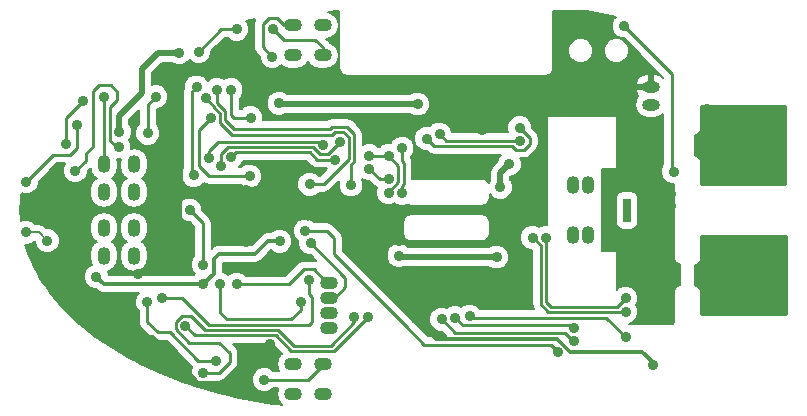
<source format=gbl>
G04 #@! TF.FileFunction,Copper,L2,Bot,Signal*
%FSLAX46Y46*%
G04 Gerber Fmt 4.6, Leading zero omitted, Abs format (unit mm)*
G04 Created by KiCad (PCBNEW 4.0.0-rc2-stable) date 2016/07/16 8:54:14*
%MOMM*%
G01*
G04 APERTURE LIST*
%ADD10C,0.150000*%
%ADD11O,1.500000X1.100000*%
%ADD12O,1.100000X1.500000*%
%ADD13O,1.500000X1.000000*%
%ADD14C,0.889000*%
%ADD15C,0.300000*%
%ADD16C,0.254000*%
%ADD17C,0.500000*%
%ADD18C,0.160000*%
%ADD19C,0.200000*%
G04 APERTURE END LIST*
D10*
D11*
X123761500Y-69405500D03*
X123761500Y-66865500D03*
D12*
X110286800Y-78638400D03*
X107746800Y-78638400D03*
X110286800Y-86360000D03*
X107746800Y-86360000D03*
D11*
X123748800Y-95554800D03*
X123748800Y-98094800D03*
D13*
X154051000Y-72079000D03*
X154051000Y-73606000D03*
D11*
X126746000Y-88646000D03*
X126746000Y-89916000D03*
X126746000Y-91186000D03*
X126746000Y-92456000D03*
D12*
X148717000Y-80391000D03*
X147447000Y-80391000D03*
X147447000Y-84582000D03*
X148717000Y-84582000D03*
D11*
X126238000Y-69405500D03*
X126238000Y-66865500D03*
D12*
X110286800Y-80975200D03*
X107746800Y-80975200D03*
X110286800Y-84023200D03*
X107746800Y-84023200D03*
D11*
X126238000Y-95554800D03*
X126238000Y-98094800D03*
D10*
G36*
X151669000Y-82836500D02*
X151669000Y-82136500D01*
X152369000Y-82136500D01*
X152369000Y-82836500D01*
X151669000Y-82836500D01*
X151669000Y-82836500D01*
G37*
G36*
X151669000Y-83536500D02*
X151669000Y-82836500D01*
X152369000Y-82836500D01*
X152369000Y-83536500D01*
X151669000Y-83536500D01*
X151669000Y-83536500D01*
G37*
G36*
X151669000Y-82236500D02*
X151669000Y-81536500D01*
X152369000Y-81536500D01*
X152369000Y-82236500D01*
X151669000Y-82236500D01*
X151669000Y-82236500D01*
G37*
D14*
X138684000Y-71475600D03*
X137566400Y-71475600D03*
X139903200Y-71475600D03*
X122275600Y-80772000D03*
X135509000Y-71501000D03*
X155702000Y-82194400D03*
X154635200Y-81178400D03*
X152349200Y-84785200D03*
X152349200Y-86055200D03*
X110642400Y-87934800D03*
X139700000Y-75692000D03*
X113334800Y-75895200D03*
X112268000Y-71272400D03*
X113995200Y-83769200D03*
X114249200Y-81026000D03*
X105765600Y-89306400D03*
X105918000Y-80873600D03*
X120015000Y-72199500D03*
X121818400Y-93878400D03*
X114401600Y-95808800D03*
X134112000Y-82486500D03*
X134175500Y-91757500D03*
X132715000Y-85090000D03*
X154178000Y-95631000D03*
X125031500Y-81724500D03*
X142494000Y-87566500D03*
X146431000Y-72390000D03*
X134112000Y-71501000D03*
X155702000Y-81153000D03*
X151130000Y-84772500D03*
X119761000Y-85217000D03*
X119761000Y-80772000D03*
X119761000Y-83185000D03*
X125120400Y-88442800D03*
X112623600Y-89916000D03*
X116128800Y-87122000D03*
X124409200Y-90322400D03*
X117551200Y-88798400D03*
X115011200Y-82499200D03*
X118491000Y-72326500D03*
X120142000Y-74676000D03*
X112115600Y-72898000D03*
X111455200Y-75996800D03*
X117602000Y-78740000D03*
X127698500Y-76708000D03*
X132969000Y-81089500D03*
X132969000Y-77279500D03*
X122631200Y-85140800D03*
X107086400Y-88138000D03*
X116128800Y-88798400D03*
X132715000Y-86360000D03*
X140970000Y-86487000D03*
X116586000Y-78105000D03*
X126301500Y-76962000D03*
X118491000Y-78041500D03*
X130175000Y-77914500D03*
X127317500Y-78232000D03*
X131826000Y-81026000D03*
X131826000Y-77914500D03*
X131826000Y-79883000D03*
X130175000Y-78994000D03*
X164541200Y-90525600D03*
X158800800Y-85090000D03*
X164490400Y-79502000D03*
X158800800Y-73964800D03*
X118973600Y-67208400D03*
X122047000Y-67183000D03*
X115773200Y-69088000D03*
X115316000Y-79552800D03*
X115570000Y-72085200D03*
X114096800Y-69189600D03*
X109016800Y-75895200D03*
X111404400Y-90322400D03*
X121310400Y-96875600D03*
X117246400Y-95250000D03*
X141287500Y-80581500D03*
X142049500Y-78613000D03*
X134302500Y-73533000D03*
X122555000Y-73469500D03*
X155956000Y-79248000D03*
X151765000Y-66929000D03*
X146177000Y-94551500D03*
X124764800Y-84277200D03*
X105410000Y-75285600D03*
X101142800Y-80111600D03*
X102920800Y-85090000D03*
X101092000Y-84378800D03*
X104546400Y-76911200D03*
X105918000Y-73304400D03*
X136334500Y-91757500D03*
X147510500Y-93599000D03*
X147510500Y-92456000D03*
X137477500Y-91630500D03*
X136144000Y-76073000D03*
X142938500Y-76644500D03*
X144018000Y-84836000D03*
X151892000Y-91122500D03*
X151892000Y-89979500D03*
X135064500Y-76454000D03*
X145161000Y-84836000D03*
X142951200Y-75539600D03*
X138684000Y-91503500D03*
X151892000Y-93281500D03*
X121983500Y-69532500D03*
X107746800Y-72948800D03*
X117284500Y-72326500D03*
X128651000Y-80391000D03*
X116332000Y-73050400D03*
X125158500Y-80327500D03*
X128930400Y-91592400D03*
X116128800Y-96316800D03*
X114604800Y-92303600D03*
X130048000Y-91592400D03*
X116776500Y-74676000D03*
X120078500Y-79629000D03*
X118973600Y-88798400D03*
X125222000Y-85293200D03*
X108966000Y-77165200D03*
X105308400Y-79197200D03*
D15*
X139903200Y-71475600D02*
X138684000Y-71475600D01*
X137541000Y-71501000D02*
X137566400Y-71475600D01*
X138684000Y-71475600D02*
X137566400Y-71475600D01*
X119761000Y-80772000D02*
X122275600Y-80772000D01*
X154660600Y-81153000D02*
X154635200Y-81178400D01*
X155702000Y-81153000D02*
X154660600Y-81153000D01*
X152349200Y-86055200D02*
X152349200Y-84785200D01*
X152336500Y-84772500D02*
X152349200Y-84785200D01*
X146431000Y-72390000D02*
X145034000Y-72390000D01*
X145034000Y-72390000D02*
X145034000Y-72326500D01*
X145034000Y-72326500D02*
X145034000Y-72390000D01*
X142557500Y-82486500D02*
X145034000Y-82486500D01*
X145034000Y-72390000D02*
X145034000Y-82486500D01*
X110642400Y-87934800D02*
X112928400Y-87934800D01*
X113995200Y-86868000D02*
X113995200Y-83769200D01*
X112928400Y-87934800D02*
X113995200Y-86868000D01*
X139700000Y-75692000D02*
X139700000Y-72390000D01*
X139700000Y-72390000D02*
X139649200Y-72390000D01*
X113385600Y-75844400D02*
X114249200Y-75844400D01*
X113334800Y-75895200D02*
X113385600Y-75844400D01*
X112268000Y-71272400D02*
X113487200Y-71272400D01*
X114249200Y-73253600D02*
X114249200Y-75844400D01*
X114249200Y-75844400D02*
X114249200Y-81026000D01*
X114249200Y-72034400D02*
X114249200Y-73253600D01*
X113487200Y-71272400D02*
X114249200Y-72034400D01*
X114249200Y-81026000D02*
X115062000Y-81026000D01*
X115062000Y-81026000D02*
X117221000Y-83185000D01*
X117221000Y-83185000D02*
X119761000Y-83185000D01*
X114147600Y-82397600D02*
X114147600Y-83210400D01*
X114147600Y-83210400D02*
X114147600Y-83616800D01*
X114147600Y-83616800D02*
X113995200Y-83769200D01*
X114147600Y-83616800D02*
X114147600Y-83566000D01*
X113995200Y-83769200D02*
X114147600Y-83616800D01*
X114249200Y-81026000D02*
X114147600Y-80924400D01*
X114147600Y-81229200D02*
X114147600Y-80924400D01*
X114147600Y-82397600D02*
X114147600Y-81229200D01*
X105765600Y-89306400D02*
X109728000Y-93268800D01*
X111861600Y-93268800D02*
X114401600Y-95808800D01*
X111861600Y-93268800D02*
X109728000Y-93268800D01*
X105765600Y-89306400D02*
X105765600Y-83667600D01*
X105765600Y-83667600D02*
X106934000Y-82499200D01*
X106934000Y-82499200D02*
X106934000Y-82397600D01*
X105918000Y-80873600D02*
X105918000Y-81381600D01*
X105918000Y-81381600D02*
X106934000Y-82397600D01*
X106934000Y-82397600D02*
X114147600Y-82397600D01*
X146431000Y-72390000D02*
X151066500Y-72390000D01*
X151066500Y-72390000D02*
X151765000Y-73088500D01*
X114147600Y-83566000D02*
X114122200Y-83540600D01*
X114122200Y-83540600D02*
X114147600Y-83566000D01*
X114147600Y-83566000D02*
X114147600Y-83515200D01*
X120015000Y-72199500D02*
X126936500Y-72199500D01*
X127635000Y-71501000D02*
X134112000Y-71501000D01*
X126936500Y-72199500D02*
X127635000Y-71501000D01*
X121818400Y-93878400D02*
X121666000Y-93878400D01*
X115722400Y-97129600D02*
X114401600Y-95808800D01*
X118414800Y-97129600D02*
X115722400Y-97129600D01*
X121666000Y-93878400D02*
X118414800Y-97129600D01*
X132715000Y-85090000D02*
X130302000Y-85090000D01*
X130302000Y-85090000D02*
X130175000Y-84963000D01*
X134175500Y-91757500D02*
X134175500Y-89725500D01*
X135826500Y-93408500D02*
X134175500Y-91757500D01*
X154178000Y-95631000D02*
X154178000Y-95377000D01*
X146113500Y-93408500D02*
X136207500Y-93408500D01*
X147193000Y-94488000D02*
X146113500Y-93408500D01*
X153289000Y-94488000D02*
X147193000Y-94488000D01*
X154178000Y-95377000D02*
X153289000Y-94488000D01*
X136207500Y-93408500D02*
X135826500Y-93408500D01*
X130175000Y-85725000D02*
X130175000Y-84963000D01*
X130175000Y-84963000D02*
X130175000Y-83185000D01*
X134175500Y-89725500D02*
X131064000Y-86614000D01*
X131064000Y-86614000D02*
X130175000Y-85725000D01*
X125031500Y-83185000D02*
X125031500Y-81724500D01*
X125031500Y-83185000D02*
X125031500Y-83248500D01*
X125031500Y-83248500D02*
X125031500Y-83185000D01*
X142557500Y-87503000D02*
X142557500Y-82486500D01*
X142494000Y-87566500D02*
X142557500Y-87503000D01*
X132461000Y-83185000D02*
X133159500Y-82486500D01*
X132461000Y-83185000D02*
X130175000Y-83185000D01*
X130175000Y-83185000D02*
X125031500Y-83185000D01*
X125031500Y-83185000D02*
X119761000Y-83185000D01*
X133159500Y-82486500D02*
X134112000Y-82486500D01*
X134112000Y-82486500D02*
X142557500Y-82486500D01*
X145034000Y-72390000D02*
X139649200Y-72390000D01*
X139649200Y-72390000D02*
X136398000Y-72390000D01*
X136398000Y-72390000D02*
X135509000Y-71501000D01*
X154051000Y-72079000D02*
X152774500Y-72079000D01*
X152774500Y-72079000D02*
X151765000Y-73088500D01*
X151765000Y-77216000D02*
X155702000Y-81153000D01*
X151765000Y-73088500D02*
X151765000Y-77216000D01*
X155702000Y-81978500D02*
X155702000Y-81153000D01*
X152908000Y-84772500D02*
X155702000Y-81978500D01*
X151130000Y-84772500D02*
X152908000Y-84772500D01*
X119761000Y-85217000D02*
X119761000Y-83185000D01*
X119761000Y-83185000D02*
X119761000Y-80772000D01*
D16*
X116738400Y-92202000D02*
X116586000Y-92202000D01*
X125374400Y-91592400D02*
X125374400Y-91948000D01*
X125120400Y-89611200D02*
X125374400Y-89865200D01*
X125374400Y-89865200D02*
X125374400Y-91592400D01*
X125120400Y-88442800D02*
X125120400Y-89611200D01*
X125120400Y-92202000D02*
X116738400Y-92202000D01*
X125374400Y-91948000D02*
X125120400Y-92202000D01*
X114300000Y-89916000D02*
X112623600Y-89916000D01*
X116586000Y-92202000D02*
X114300000Y-89916000D01*
X116128800Y-87122000D02*
X116128800Y-83616800D01*
X118567200Y-91744800D02*
X118110000Y-91744800D01*
X124409200Y-90932000D02*
X123596400Y-91744800D01*
X123596400Y-91744800D02*
X118567200Y-91744800D01*
X124409200Y-90322400D02*
X124409200Y-90932000D01*
X117551200Y-91186000D02*
X117551200Y-88798400D01*
X118110000Y-91744800D02*
X117551200Y-91186000D01*
X116128800Y-83616800D02*
X115011200Y-82499200D01*
X118491000Y-74422000D02*
X118491000Y-72326500D01*
X118745000Y-74676000D02*
X118491000Y-74422000D01*
X120142000Y-74676000D02*
X118745000Y-74676000D01*
X112115600Y-72898000D02*
X111455200Y-73558400D01*
X111455200Y-73558400D02*
X111455200Y-74726800D01*
X111455200Y-74726800D02*
X111455200Y-75996800D01*
X125984000Y-77724000D02*
X126682500Y-77724000D01*
X125412500Y-77152500D02*
X125984000Y-77724000D01*
X117602000Y-78740000D02*
X117602000Y-77787500D01*
X118237000Y-77152500D02*
X122936000Y-77152500D01*
X117602000Y-77787500D02*
X118237000Y-77152500D01*
X122936000Y-77152500D02*
X125412500Y-77152500D01*
X126682500Y-77724000D02*
X127698500Y-76708000D01*
X132969000Y-81089500D02*
X132969000Y-80454500D01*
X132969000Y-78359000D02*
X132969000Y-77279500D01*
X133096000Y-78486000D02*
X132969000Y-78359000D01*
X133096000Y-80327500D02*
X133096000Y-78486000D01*
X132969000Y-80454500D02*
X133096000Y-80327500D01*
D15*
X117906800Y-86207600D02*
X117500400Y-86207600D01*
X121615200Y-85140800D02*
X120548400Y-86207600D01*
X122631200Y-85140800D02*
X121615200Y-85140800D01*
X120548400Y-86207600D02*
X117906800Y-86207600D01*
X117043200Y-87884000D02*
X116128800Y-88798400D01*
X117043200Y-86664800D02*
X117043200Y-87884000D01*
X117500400Y-86207600D02*
X117043200Y-86664800D01*
X116128800Y-88798400D02*
X107746800Y-88798400D01*
X107746800Y-88798400D02*
X107086400Y-88138000D01*
D17*
X132715000Y-86360000D02*
X132842000Y-86487000D01*
X132842000Y-86487000D02*
X140970000Y-86487000D01*
D16*
X126047500Y-76708000D02*
X126301500Y-76962000D01*
X116586000Y-78105000D02*
X116586000Y-77470000D01*
X117348000Y-76708000D02*
X122936000Y-76708000D01*
X116586000Y-77470000D02*
X117348000Y-76708000D01*
X122936000Y-76708000D02*
X126047500Y-76708000D01*
X126873000Y-78232000D02*
X127317500Y-78232000D01*
X125158500Y-77597000D02*
X125793500Y-78232000D01*
X125793500Y-78232000D02*
X126873000Y-78232000D01*
X118491000Y-78041500D02*
X118491000Y-77978000D01*
X118872000Y-77597000D02*
X122936000Y-77597000D01*
X118491000Y-77978000D02*
X118872000Y-77597000D01*
X122936000Y-77597000D02*
X125158500Y-77597000D01*
X130175000Y-77914500D02*
X131826000Y-77914500D01*
X131826000Y-81026000D02*
X131826000Y-80962500D01*
X132651500Y-78740000D02*
X131826000Y-77914500D01*
X132651500Y-80137000D02*
X132651500Y-78740000D01*
X131826000Y-80962500D02*
X132651500Y-80137000D01*
X131064000Y-79883000D02*
X131826000Y-79883000D01*
X130175000Y-78994000D02*
X131064000Y-79883000D01*
X164236400Y-90525600D02*
X164541200Y-90525600D01*
X158800800Y-85090000D02*
X164236400Y-90525600D01*
X164338000Y-79502000D02*
X164490400Y-79502000D01*
X158800800Y-73964800D02*
X164338000Y-79502000D01*
X115189000Y-75184000D02*
X115189000Y-72466200D01*
X126238000Y-68707000D02*
X125603000Y-68072000D01*
X125603000Y-68072000D02*
X122936000Y-68072000D01*
X122936000Y-68072000D02*
X122047000Y-67183000D01*
X126238000Y-69405500D02*
X126238000Y-68707000D01*
X115773200Y-69088000D02*
X117652800Y-67208400D01*
X117652800Y-67208400D02*
X118973600Y-67208400D01*
X115189000Y-77673200D02*
X115189000Y-77470000D01*
X115189000Y-77470000D02*
X115189000Y-75184000D01*
X115189000Y-79425800D02*
X115189000Y-77673200D01*
X115316000Y-79552800D02*
X115189000Y-79425800D01*
X115189000Y-72466200D02*
X115570000Y-72085200D01*
D17*
X109016800Y-75895200D02*
X109016800Y-74523600D01*
X112318800Y-69189600D02*
X114096800Y-69189600D01*
X110947200Y-70561200D02*
X112318800Y-69189600D01*
X110947200Y-72593200D02*
X110947200Y-70561200D01*
X109016800Y-74523600D02*
X110947200Y-72593200D01*
D16*
X112268000Y-92862400D02*
X111404400Y-91998800D01*
X111404400Y-91998800D02*
X111404400Y-90322400D01*
X125018800Y-96875600D02*
X126238000Y-95656400D01*
X125018800Y-96875600D02*
X121310400Y-96875600D01*
X115722400Y-95250000D02*
X117246400Y-95250000D01*
X113334800Y-92862400D02*
X115722400Y-95250000D01*
X113334800Y-92862400D02*
X112268000Y-92862400D01*
X126238000Y-95554800D02*
X126238000Y-95656400D01*
D17*
X141287500Y-79375000D02*
X142049500Y-78613000D01*
X141287500Y-80581500D02*
X141287500Y-79375000D01*
X122618500Y-73533000D02*
X122555000Y-73469500D01*
X122618500Y-73533000D02*
X134302500Y-73533000D01*
D16*
X155829000Y-79121000D02*
X155956000Y-79248000D01*
X155829000Y-70993000D02*
X155829000Y-79121000D01*
X151765000Y-66929000D02*
X155829000Y-70993000D01*
X134861300Y-93916500D02*
X133223000Y-92278200D01*
X127203200Y-86258400D02*
X133223000Y-92278200D01*
X145542000Y-93916500D02*
X135839200Y-93916500D01*
X146177000Y-94551500D02*
X145542000Y-93916500D01*
X135839200Y-93916500D02*
X134861300Y-93916500D01*
X127203200Y-84886800D02*
X127203200Y-86258400D01*
X126593600Y-84277200D02*
X127203200Y-84886800D01*
X124764800Y-84277200D02*
X126593600Y-84277200D01*
X105410000Y-75285600D02*
X105410000Y-77266800D01*
X103428800Y-77825600D02*
X101142800Y-80111600D01*
X104851200Y-77825600D02*
X103428800Y-77825600D01*
X105410000Y-77266800D02*
X104851200Y-77825600D01*
D18*
X102920800Y-85090000D02*
X102209600Y-84378800D01*
X102209600Y-84378800D02*
X101092000Y-84378800D01*
D16*
X105918000Y-73304400D02*
X104546400Y-74676000D01*
X104546400Y-74676000D02*
X104546400Y-76911200D01*
X138239500Y-92900500D02*
X137477500Y-92900500D01*
X147447000Y-93599000D02*
X146748500Y-92900500D01*
X146748500Y-92900500D02*
X138239500Y-92900500D01*
X147447000Y-93599000D02*
X147510500Y-93599000D01*
X137477500Y-92900500D02*
X136334500Y-91757500D01*
X147510500Y-93599000D02*
X147383500Y-93726000D01*
X145097500Y-92265500D02*
X147320000Y-92265500D01*
X138112500Y-92265500D02*
X137477500Y-91630500D01*
X139065000Y-92265500D02*
X138112500Y-92265500D01*
X139065000Y-92265500D02*
X145097500Y-92265500D01*
X147320000Y-92265500D02*
X147510500Y-92456000D01*
X149923500Y-91122500D02*
X151892000Y-91122500D01*
X144081500Y-84836000D02*
X144716500Y-85471000D01*
X144716500Y-85471000D02*
X144716500Y-90487500D01*
X144716500Y-90487500D02*
X145351500Y-91122500D01*
X145351500Y-91122500D02*
X149923500Y-91122500D01*
X142938500Y-76644500D02*
X142240000Y-76644500D01*
X136144000Y-76073000D02*
X136715500Y-76644500D01*
X136715500Y-76644500D02*
X142240000Y-76644500D01*
X144018000Y-84836000D02*
X144081500Y-84836000D01*
X143319500Y-77406500D02*
X143814800Y-76911200D01*
X151193500Y-90678000D02*
X151892000Y-89979500D01*
X145161000Y-84836000D02*
X145161000Y-90297000D01*
X142240000Y-77089000D02*
X142303500Y-77089000D01*
X135699500Y-77089000D02*
X142240000Y-77089000D01*
X135064500Y-76454000D02*
X135699500Y-77089000D01*
X142621000Y-77406500D02*
X143319500Y-77406500D01*
X142303500Y-77089000D02*
X142621000Y-77406500D01*
X145542000Y-90678000D02*
X149923500Y-90678000D01*
X145161000Y-90297000D02*
X145542000Y-90678000D01*
X149923500Y-90678000D02*
X151193500Y-90678000D01*
X143814800Y-76403200D02*
X142951200Y-75539600D01*
X143814800Y-76911200D02*
X143814800Y-76403200D01*
X147002500Y-91630500D02*
X138811000Y-91630500D01*
X150241000Y-91630500D02*
X151892000Y-93281500D01*
X147002500Y-91630500D02*
X150241000Y-91630500D01*
X138811000Y-91630500D02*
X138684000Y-91503500D01*
X123761500Y-66865500D02*
X122999500Y-66865500D01*
X121158000Y-68707000D02*
X121983500Y-69532500D01*
X121158000Y-66738500D02*
X121158000Y-68707000D01*
X121666000Y-66230500D02*
X121158000Y-66738500D01*
X122364500Y-66230500D02*
X121666000Y-66230500D01*
X122999500Y-66865500D02*
X122364500Y-66230500D01*
X107746800Y-73304400D02*
X107746800Y-72948800D01*
X107746800Y-78638400D02*
X107746800Y-73304400D01*
X128651000Y-80391000D02*
X128651000Y-78663800D01*
X117983000Y-74104500D02*
X117284500Y-73406000D01*
X117284500Y-73406000D02*
X117284500Y-72326500D01*
X119697500Y-75628500D02*
X118745000Y-75628500D01*
X128270000Y-75438000D02*
X127038098Y-75438000D01*
X127038098Y-75438000D02*
X126847598Y-75628500D01*
X126847598Y-75628500D02*
X119697500Y-75628500D01*
X118745000Y-75628500D02*
X117983000Y-74866500D01*
X117983000Y-74866500D02*
X117983000Y-74104500D01*
X128930400Y-76098400D02*
X128270000Y-75438000D01*
X128930400Y-78384400D02*
X128930400Y-76098400D01*
X128651000Y-78663800D02*
X128930400Y-78384400D01*
X117176550Y-73894950D02*
X117176550Y-73933050D01*
X116332000Y-73050400D02*
X117176550Y-73894950D01*
X117538500Y-75120500D02*
X117538500Y-74295000D01*
X118554500Y-76136500D02*
X117538500Y-75120500D01*
X127000000Y-76136500D02*
X119570500Y-76136500D01*
X127254000Y-75882500D02*
X127000000Y-76136500D01*
X128003300Y-75882500D02*
X127254000Y-75882500D01*
X119570500Y-76136500D02*
X118554500Y-76136500D01*
X117538500Y-74295000D02*
X117176550Y-73933050D01*
X117176550Y-73933050D02*
X117157500Y-73914000D01*
X125158500Y-80327500D02*
X126326900Y-80327500D01*
X128473200Y-76352400D02*
X128003300Y-75882500D01*
X128473200Y-78181200D02*
X128473200Y-76352400D01*
X126326900Y-80327500D02*
X128473200Y-78181200D01*
X128016000Y-75882500D02*
X128003300Y-75882500D01*
X116484400Y-92659200D02*
X116281200Y-92659200D01*
X119989600Y-92659200D02*
X116484400Y-92659200D01*
X123799600Y-93980000D02*
X122478800Y-92659200D01*
X122478800Y-92659200D02*
X119989600Y-92659200D01*
X126949200Y-93980000D02*
X124561600Y-93980000D01*
X128930400Y-91998800D02*
X126949200Y-93980000D01*
X128930400Y-91592400D02*
X128930400Y-91998800D01*
X124561600Y-93980000D02*
X123799600Y-93980000D01*
X117449600Y-96316800D02*
X116128800Y-96316800D01*
X118364000Y-95402400D02*
X117449600Y-96316800D01*
X118364000Y-94589600D02*
X118364000Y-95402400D01*
X117500400Y-93726000D02*
X118364000Y-94589600D01*
X114960400Y-93726000D02*
X117500400Y-93726000D01*
X113842800Y-92608400D02*
X114960400Y-93726000D01*
X113842800Y-91948000D02*
X113842800Y-92608400D01*
X114300000Y-91490800D02*
X113842800Y-91948000D01*
X115112800Y-91490800D02*
X114300000Y-91490800D01*
X116281200Y-92659200D02*
X115112800Y-91490800D01*
X114604800Y-92303600D02*
X115417600Y-93116400D01*
X115417600Y-93116400D02*
X115722400Y-93116400D01*
X115722400Y-93116400D02*
X120040400Y-93116400D01*
X123596400Y-94437200D02*
X122275600Y-93116400D01*
X122275600Y-93116400D02*
X120040400Y-93116400D01*
X120040400Y-93116400D02*
X119989600Y-93116400D01*
X127203200Y-94437200D02*
X124561600Y-94437200D01*
X130048000Y-91592400D02*
X127203200Y-94437200D01*
X124561600Y-94437200D02*
X123596400Y-94437200D01*
X115760500Y-75692000D02*
X116776500Y-74676000D01*
X115760500Y-78740000D02*
X115760500Y-76771500D01*
X116649500Y-79629000D02*
X115760500Y-78740000D01*
X120078500Y-79629000D02*
X116649500Y-79629000D01*
X115760500Y-76771500D02*
X115760500Y-75692000D01*
X123393200Y-88798400D02*
X118973600Y-88798400D01*
X124663200Y-87528400D02*
X123393200Y-88798400D01*
X125526800Y-87528400D02*
X124663200Y-87528400D01*
X126644400Y-88646000D02*
X125526800Y-87528400D01*
X126746000Y-88646000D02*
X126644400Y-88646000D01*
X128168400Y-89052400D02*
X127304800Y-89916000D01*
X128168400Y-88239600D02*
X128168400Y-89052400D01*
X125222000Y-85293200D02*
X128168400Y-88239600D01*
X127304800Y-89916000D02*
X126746000Y-89916000D01*
X108966000Y-77165200D02*
X108762800Y-77165200D01*
X106172000Y-78333600D02*
X105308400Y-79197200D01*
X106172000Y-77724000D02*
X106172000Y-78333600D01*
X106832400Y-77063600D02*
X106172000Y-77724000D01*
X106832400Y-72390000D02*
X106832400Y-77063600D01*
X107289600Y-71932800D02*
X106832400Y-72390000D01*
X108305600Y-71932800D02*
X107289600Y-71932800D01*
X108864400Y-72491600D02*
X108305600Y-71932800D01*
X108864400Y-73152000D02*
X108864400Y-72491600D01*
X108204000Y-73812400D02*
X108864400Y-73152000D01*
X108204000Y-76606400D02*
X108204000Y-73812400D01*
X108762800Y-77165200D02*
X108204000Y-76606400D01*
G36*
X165430200Y-80315000D02*
X158315000Y-80315000D01*
X158315000Y-78500000D01*
X158262857Y-78237862D01*
X158114368Y-78015632D01*
X157892138Y-77867143D01*
X157759400Y-77840740D01*
X157759400Y-76159260D01*
X157892138Y-76132857D01*
X158114368Y-75984368D01*
X158262857Y-75762138D01*
X158315000Y-75500000D01*
X158315000Y-73685000D01*
X165430200Y-73685000D01*
X165430200Y-80315000D01*
X165430200Y-80315000D01*
G37*
X165430200Y-80315000D02*
X158315000Y-80315000D01*
X158315000Y-78500000D01*
X158262857Y-78237862D01*
X158114368Y-78015632D01*
X157892138Y-77867143D01*
X157759400Y-77840740D01*
X157759400Y-76159260D01*
X157892138Y-76132857D01*
X158114368Y-75984368D01*
X158262857Y-75762138D01*
X158315000Y-75500000D01*
X158315000Y-73685000D01*
X165430200Y-73685000D01*
X165430200Y-80315000D01*
G36*
X165481000Y-91315000D02*
X158315000Y-91315000D01*
X158315000Y-89500000D01*
X158262857Y-89237862D01*
X158114368Y-89015632D01*
X157892138Y-88867143D01*
X157759400Y-88840740D01*
X157759400Y-87159260D01*
X157892138Y-87132857D01*
X158114368Y-86984368D01*
X158262857Y-86762138D01*
X158315000Y-86500000D01*
X158315000Y-84685000D01*
X165481000Y-84685000D01*
X165481000Y-91315000D01*
X165481000Y-91315000D01*
G37*
X165481000Y-91315000D02*
X158315000Y-91315000D01*
X158315000Y-89500000D01*
X158262857Y-89237862D01*
X158114368Y-89015632D01*
X157892138Y-88867143D01*
X157759400Y-88840740D01*
X157759400Y-87159260D01*
X157892138Y-87132857D01*
X158114368Y-86984368D01*
X158262857Y-86762138D01*
X158315000Y-86500000D01*
X158315000Y-84685000D01*
X165481000Y-84685000D01*
X165481000Y-91315000D01*
D19*
G36*
X151052782Y-66152813D02*
X150873254Y-66332028D01*
X150712683Y-66718726D01*
X150712317Y-67137437D01*
X150872213Y-67524415D01*
X151168028Y-67820746D01*
X151554726Y-67981317D01*
X151778066Y-67981512D01*
X155094000Y-71297447D01*
X155094000Y-71305527D01*
X154801545Y-71078451D01*
X154380550Y-70963063D01*
X154205000Y-71116358D01*
X154205000Y-71925000D01*
X154225000Y-71925000D01*
X154225000Y-72233000D01*
X154205000Y-72233000D01*
X154205000Y-72253000D01*
X153897000Y-72253000D01*
X153897000Y-72233000D01*
X152857485Y-72233000D01*
X152741354Y-72402751D01*
X152955663Y-72811836D01*
X152983580Y-72833512D01*
X152750736Y-73181987D01*
X152666395Y-73606000D01*
X152750736Y-74030013D01*
X152990921Y-74389474D01*
X153350382Y-74629659D01*
X153774395Y-74714000D01*
X154327605Y-74714000D01*
X154751618Y-74629659D01*
X155094000Y-74400886D01*
X155094000Y-78621334D01*
X155064254Y-78651028D01*
X154903683Y-79037726D01*
X154903317Y-79456437D01*
X155063213Y-79843415D01*
X155359028Y-80139746D01*
X155745726Y-80300317D01*
X155972000Y-80300515D01*
X155972000Y-86500000D01*
X156022087Y-86751806D01*
X156164724Y-86965276D01*
X156378194Y-87107913D01*
X156465600Y-87125299D01*
X156465600Y-88874701D01*
X156378194Y-88892087D01*
X156164724Y-89034724D01*
X156022087Y-89248194D01*
X155972000Y-89500000D01*
X155972000Y-91935191D01*
X155928715Y-92152800D01*
X152154608Y-92152800D01*
X152487415Y-92015287D01*
X152783746Y-91719472D01*
X152944317Y-91332774D01*
X152944683Y-90914063D01*
X152794496Y-90550583D01*
X152944317Y-90189774D01*
X152944683Y-89771063D01*
X152784787Y-89384085D01*
X152488972Y-89087754D01*
X152102274Y-88927183D01*
X151683563Y-88926817D01*
X151296585Y-89086713D01*
X151128400Y-89254605D01*
X151128400Y-86055200D01*
X151120521Y-86016294D01*
X151098127Y-85983519D01*
X151064746Y-85962039D01*
X151028400Y-85955200D01*
X149858400Y-85955200D01*
X149858400Y-84892058D01*
X149875000Y-84808605D01*
X149875000Y-84355395D01*
X149858400Y-84271942D01*
X149858400Y-81536500D01*
X151049089Y-81536500D01*
X151049089Y-83536500D01*
X151091484Y-83761811D01*
X151224643Y-83968746D01*
X151427820Y-84107571D01*
X151669000Y-84156411D01*
X152369000Y-84156411D01*
X152594311Y-84114016D01*
X152801246Y-83980857D01*
X152940071Y-83777680D01*
X152988911Y-83536500D01*
X152988911Y-81536500D01*
X152946516Y-81311189D01*
X152813357Y-81104254D01*
X152610180Y-80965429D01*
X152369000Y-80916589D01*
X151669000Y-80916589D01*
X151443689Y-80958984D01*
X151236754Y-81092143D01*
X151097929Y-81295320D01*
X151049089Y-81536500D01*
X149858400Y-81536500D01*
X149858400Y-80701058D01*
X149875000Y-80617605D01*
X149875000Y-80164395D01*
X149858400Y-80080942D01*
X149858400Y-78992400D01*
X151079200Y-78992400D01*
X151118106Y-78984521D01*
X151150881Y-78962127D01*
X151172361Y-78928746D01*
X151179200Y-78892400D01*
X151179200Y-74676000D01*
X151171321Y-74637094D01*
X151148927Y-74604319D01*
X151115546Y-74582839D01*
X151079200Y-74576000D01*
X145338800Y-74576000D01*
X145299894Y-74583879D01*
X145267119Y-74606273D01*
X145245639Y-74639654D01*
X145238800Y-74676000D01*
X145238800Y-83783567D01*
X144952563Y-83783317D01*
X144589083Y-83933504D01*
X144228274Y-83783683D01*
X143809563Y-83783317D01*
X143422585Y-83943213D01*
X143126254Y-84239028D01*
X142965683Y-84625726D01*
X142965317Y-85044437D01*
X143125213Y-85431415D01*
X143421028Y-85727746D01*
X143807726Y-85888317D01*
X143981500Y-85888469D01*
X143981500Y-90487500D01*
X144031271Y-90737713D01*
X144037449Y-90768772D01*
X144122126Y-90895500D01*
X139564224Y-90895500D01*
X139280972Y-90611754D01*
X138894274Y-90451183D01*
X138475563Y-90450817D01*
X138088585Y-90610713D01*
X137993854Y-90705279D01*
X137687774Y-90578183D01*
X137269063Y-90577817D01*
X136882085Y-90737713D01*
X136806009Y-90813657D01*
X136544774Y-90705183D01*
X136126063Y-90704817D01*
X135739085Y-90864713D01*
X135442754Y-91160528D01*
X135282183Y-91547226D01*
X135281817Y-91965937D01*
X135441713Y-92352915D01*
X135737528Y-92649246D01*
X136124226Y-92809817D01*
X136347566Y-92810012D01*
X136719053Y-93181500D01*
X135165747Y-93181500D01*
X133742726Y-91758480D01*
X133742724Y-91758477D01*
X128552684Y-86568437D01*
X131662317Y-86568437D01*
X131822213Y-86955415D01*
X132118028Y-87251746D01*
X132504726Y-87412317D01*
X132923437Y-87412683D01*
X133087242Y-87345000D01*
X140339341Y-87345000D01*
X140373028Y-87378746D01*
X140759726Y-87539317D01*
X141178437Y-87539683D01*
X141565415Y-87379787D01*
X141861746Y-87083972D01*
X142022317Y-86697274D01*
X142022683Y-86278563D01*
X141862787Y-85891585D01*
X141566972Y-85595254D01*
X141180274Y-85434683D01*
X140761563Y-85434317D01*
X140374585Y-85594213D01*
X140339737Y-85629000D01*
X133472438Y-85629000D01*
X133311972Y-85468254D01*
X132925274Y-85307683D01*
X132506563Y-85307317D01*
X132119585Y-85467213D01*
X131823254Y-85763028D01*
X131662683Y-86149726D01*
X131662317Y-86568437D01*
X128552684Y-86568437D01*
X127938200Y-85953954D01*
X127938200Y-84886800D01*
X127882251Y-84605528D01*
X127850628Y-84558201D01*
X127722924Y-84367077D01*
X127113323Y-83757477D01*
X126874872Y-83598149D01*
X126860524Y-83595295D01*
X126593600Y-83542200D01*
X125518245Y-83542200D01*
X125476119Y-83500000D01*
X133064500Y-83500000D01*
X133064500Y-84500000D01*
X133114587Y-84751806D01*
X133257224Y-84965276D01*
X133470694Y-85107913D01*
X133722500Y-85158000D01*
X139722500Y-85158000D01*
X139974306Y-85107913D01*
X140187776Y-84965276D01*
X140330413Y-84751806D01*
X140380500Y-84500000D01*
X140380500Y-83500000D01*
X140330413Y-83248194D01*
X140187776Y-83034724D01*
X139974306Y-82892087D01*
X139722500Y-82842000D01*
X133722500Y-82842000D01*
X133470694Y-82892087D01*
X133257224Y-83034724D01*
X133114587Y-83248194D01*
X133064500Y-83500000D01*
X125476119Y-83500000D01*
X125361772Y-83385454D01*
X124975074Y-83224883D01*
X124556363Y-83224517D01*
X124169385Y-83384413D01*
X123873054Y-83680228D01*
X123712483Y-84066926D01*
X123712117Y-84485637D01*
X123872013Y-84872615D01*
X124167828Y-85168946D01*
X124169607Y-85169685D01*
X124169317Y-85501637D01*
X124329213Y-85888615D01*
X124625028Y-86184946D01*
X125011726Y-86345517D01*
X125235066Y-86345712D01*
X125721478Y-86832124D01*
X125526800Y-86793400D01*
X124663200Y-86793400D01*
X124381928Y-86849349D01*
X124143476Y-87008677D01*
X123088754Y-88063400D01*
X119727045Y-88063400D01*
X119570572Y-87906654D01*
X119183874Y-87746083D01*
X118765163Y-87745717D01*
X118378185Y-87905613D01*
X118262458Y-88021139D01*
X118148172Y-87906654D01*
X117801200Y-87762579D01*
X117801200Y-86978774D01*
X117814374Y-86965600D01*
X120548400Y-86965600D01*
X120838474Y-86907901D01*
X121084387Y-86743587D01*
X121914932Y-85913042D01*
X122034228Y-86032546D01*
X122420926Y-86193117D01*
X122839637Y-86193483D01*
X123226615Y-86033587D01*
X123522946Y-85737772D01*
X123683517Y-85351074D01*
X123683883Y-84932363D01*
X123523987Y-84545385D01*
X123228172Y-84249054D01*
X122841474Y-84088483D01*
X122422763Y-84088117D01*
X122035785Y-84248013D01*
X121900763Y-84382800D01*
X121615200Y-84382800D01*
X121325126Y-84440499D01*
X121079213Y-84604813D01*
X120234426Y-85449600D01*
X117500400Y-85449600D01*
X117210325Y-85507299D01*
X116964413Y-85671613D01*
X116863800Y-85772226D01*
X116863800Y-83616800D01*
X116807851Y-83335528D01*
X116734108Y-83225164D01*
X116648523Y-83097076D01*
X116063689Y-82512243D01*
X116063883Y-82290763D01*
X115903987Y-81903785D01*
X115608172Y-81607454D01*
X115221474Y-81446883D01*
X114802763Y-81446517D01*
X114415785Y-81606413D01*
X114119454Y-81902228D01*
X113958883Y-82288926D01*
X113958517Y-82707637D01*
X114118413Y-83094615D01*
X114414228Y-83390946D01*
X114800926Y-83551517D01*
X115024266Y-83551712D01*
X115393800Y-83921247D01*
X115393800Y-86368555D01*
X115237054Y-86525028D01*
X115076483Y-86911726D01*
X115076117Y-87330437D01*
X115236013Y-87717415D01*
X115478539Y-87960364D01*
X115398363Y-88040400D01*
X108138986Y-88040400D01*
X108139083Y-87929563D01*
X108038671Y-87686548D01*
X108189947Y-87656457D01*
X108565630Y-87405435D01*
X108816652Y-87029752D01*
X108904800Y-86586605D01*
X108904800Y-86133395D01*
X108816652Y-85690248D01*
X108565630Y-85314565D01*
X108381599Y-85191600D01*
X108565630Y-85068635D01*
X108816652Y-84692952D01*
X108904800Y-84249805D01*
X108904800Y-83796595D01*
X109128800Y-83796595D01*
X109128800Y-84249805D01*
X109216948Y-84692952D01*
X109467970Y-85068635D01*
X109652001Y-85191600D01*
X109467970Y-85314565D01*
X109216948Y-85690248D01*
X109128800Y-86133395D01*
X109128800Y-86586605D01*
X109216948Y-87029752D01*
X109467970Y-87405435D01*
X109843653Y-87656457D01*
X110286800Y-87744605D01*
X110729947Y-87656457D01*
X111105630Y-87405435D01*
X111356652Y-87029752D01*
X111444800Y-86586605D01*
X111444800Y-86133395D01*
X111356652Y-85690248D01*
X111105630Y-85314565D01*
X110921599Y-85191600D01*
X111105630Y-85068635D01*
X111356652Y-84692952D01*
X111444800Y-84249805D01*
X111444800Y-83796595D01*
X111356652Y-83353448D01*
X111105630Y-82977765D01*
X110729947Y-82726743D01*
X110286800Y-82638595D01*
X109843653Y-82726743D01*
X109467970Y-82977765D01*
X109216948Y-83353448D01*
X109128800Y-83796595D01*
X108904800Y-83796595D01*
X108816652Y-83353448D01*
X108565630Y-82977765D01*
X108189947Y-82726743D01*
X107746800Y-82638595D01*
X107303653Y-82726743D01*
X106927970Y-82977765D01*
X106676948Y-83353448D01*
X106588800Y-83796595D01*
X106588800Y-84249805D01*
X106676948Y-84692952D01*
X106927970Y-85068635D01*
X107112001Y-85191600D01*
X106927970Y-85314565D01*
X106676948Y-85690248D01*
X106588800Y-86133395D01*
X106588800Y-86586605D01*
X106676948Y-87029752D01*
X106749533Y-87138383D01*
X106490985Y-87245213D01*
X106194654Y-87541028D01*
X106034083Y-87927726D01*
X106033717Y-88346437D01*
X106193613Y-88733415D01*
X106489428Y-89029746D01*
X106876126Y-89190317D01*
X107066910Y-89190484D01*
X107210813Y-89334387D01*
X107456726Y-89498701D01*
X107746800Y-89556400D01*
X110681977Y-89556400D01*
X110512654Y-89725428D01*
X110352083Y-90112126D01*
X110351717Y-90530837D01*
X110511613Y-90917815D01*
X110669400Y-91075877D01*
X110669400Y-91998800D01*
X110720150Y-92253937D01*
X110725349Y-92280072D01*
X110884677Y-92518523D01*
X111748277Y-93382124D01*
X111937687Y-93508683D01*
X111986728Y-93541451D01*
X112268000Y-93597400D01*
X113030354Y-93597400D01*
X115202676Y-95769723D01*
X115213369Y-95776868D01*
X115076483Y-96106526D01*
X115076117Y-96525237D01*
X115236013Y-96912215D01*
X115531828Y-97208546D01*
X115918526Y-97369117D01*
X116337237Y-97369483D01*
X116724215Y-97209587D01*
X116882277Y-97051800D01*
X117449600Y-97051800D01*
X117730872Y-96995851D01*
X117969323Y-96836523D01*
X118883724Y-95922123D01*
X119043051Y-95683672D01*
X119048476Y-95656400D01*
X119099000Y-95402400D01*
X119099000Y-94589600D01*
X119043051Y-94308328D01*
X119020947Y-94275247D01*
X118883724Y-94069877D01*
X118665247Y-93851400D01*
X121971154Y-93851400D01*
X122794697Y-94674944D01*
X122703365Y-94735970D01*
X122452343Y-95111653D01*
X122364195Y-95554800D01*
X122452343Y-95997947D01*
X122547660Y-96140600D01*
X122063845Y-96140600D01*
X121907372Y-95983854D01*
X121520674Y-95823283D01*
X121101963Y-95822917D01*
X120714985Y-95982813D01*
X120418654Y-96278628D01*
X120258083Y-96665326D01*
X120257717Y-97084037D01*
X120417613Y-97471015D01*
X120713428Y-97767346D01*
X121100126Y-97927917D01*
X121518837Y-97928283D01*
X121905815Y-97768387D01*
X122063877Y-97610600D01*
X122479774Y-97610600D01*
X122452343Y-97651653D01*
X122364195Y-98094800D01*
X122452343Y-98537947D01*
X122703365Y-98913630D01*
X122842368Y-99006508D01*
X122513678Y-98965177D01*
X122038473Y-98900066D01*
X121565163Y-98829836D01*
X121094104Y-98754543D01*
X120625157Y-98674166D01*
X120158688Y-98588767D01*
X119694751Y-98498361D01*
X119233513Y-98402979D01*
X118775166Y-98302664D01*
X118319669Y-98197408D01*
X117867427Y-98087308D01*
X117418426Y-97972363D01*
X116972840Y-97852619D01*
X116530808Y-97728115D01*
X116092452Y-97598891D01*
X115657931Y-97464994D01*
X115227330Y-97326455D01*
X114800899Y-97183357D01*
X114378625Y-97035699D01*
X113960813Y-96883591D01*
X113547367Y-96727003D01*
X113138643Y-96566071D01*
X112734698Y-96400828D01*
X112335531Y-96231273D01*
X111941464Y-96057548D01*
X111552410Y-95879622D01*
X111168700Y-95697650D01*
X110790273Y-95511609D01*
X110417403Y-95321639D01*
X110050091Y-95127749D01*
X109688512Y-94930035D01*
X109332745Y-94728552D01*
X108982996Y-94523421D01*
X108639212Y-94314624D01*
X108301629Y-94102306D01*
X107970276Y-93886501D01*
X107645254Y-93667281D01*
X107326673Y-93444728D01*
X107014731Y-93218994D01*
X106709343Y-92990029D01*
X106410757Y-92758030D01*
X106118968Y-92523007D01*
X105834067Y-92285047D01*
X105556206Y-92044288D01*
X105285372Y-91800738D01*
X105021696Y-91554526D01*
X104765291Y-91305777D01*
X104516117Y-91054469D01*
X104274358Y-90800807D01*
X104040022Y-90544819D01*
X103813178Y-90286601D01*
X103593910Y-90026274D01*
X103382241Y-89763886D01*
X103178221Y-89499526D01*
X102981890Y-89233267D01*
X102793357Y-88965284D01*
X102612615Y-88695597D01*
X102439682Y-88424266D01*
X102274639Y-88151444D01*
X102117520Y-87877220D01*
X101968301Y-87601591D01*
X101827069Y-87324749D01*
X101693827Y-87046740D01*
X101568576Y-86767606D01*
X101451355Y-86487468D01*
X101342177Y-86206408D01*
X101241052Y-85924491D01*
X101147977Y-85641749D01*
X101084866Y-85431295D01*
X101300437Y-85431483D01*
X101687415Y-85271587D01*
X101868298Y-85091019D01*
X101868117Y-85298437D01*
X102028013Y-85685415D01*
X102323828Y-85981746D01*
X102710526Y-86142317D01*
X103129237Y-86142683D01*
X103516215Y-85982787D01*
X103812546Y-85686972D01*
X103973117Y-85300274D01*
X103973483Y-84881563D01*
X103813587Y-84494585D01*
X103517772Y-84198254D01*
X103131074Y-84037683D01*
X102841208Y-84037430D01*
X102696089Y-83892311D01*
X102472886Y-83743171D01*
X102209600Y-83690800D01*
X101892363Y-83690800D01*
X101688972Y-83487054D01*
X101302274Y-83326483D01*
X100883563Y-83326117D01*
X100698696Y-83402503D01*
X100694516Y-83360261D01*
X100674266Y-83073623D01*
X100662116Y-82786836D01*
X100658065Y-82500000D01*
X100662116Y-82213164D01*
X100674266Y-81926377D01*
X100694516Y-81639739D01*
X100722871Y-81353210D01*
X100756293Y-81090739D01*
X100932526Y-81163917D01*
X101351237Y-81164283D01*
X101738215Y-81004387D01*
X102034546Y-80708572D01*
X102195117Y-80321874D01*
X102195312Y-80098534D01*
X103733247Y-78560600D01*
X104456351Y-78560600D01*
X104416654Y-78600228D01*
X104256083Y-78986926D01*
X104255717Y-79405637D01*
X104415613Y-79792615D01*
X104711428Y-80088946D01*
X105098126Y-80249517D01*
X105516837Y-80249883D01*
X105903815Y-80089987D01*
X106200146Y-79794172D01*
X106360717Y-79407474D01*
X106360912Y-79184134D01*
X106603938Y-78941109D01*
X106676948Y-79308152D01*
X106927970Y-79683835D01*
X107112001Y-79806800D01*
X106927970Y-79929765D01*
X106676948Y-80305448D01*
X106588800Y-80748595D01*
X106588800Y-81201805D01*
X106676948Y-81644952D01*
X106927970Y-82020635D01*
X107303653Y-82271657D01*
X107746800Y-82359805D01*
X108189947Y-82271657D01*
X108565630Y-82020635D01*
X108816652Y-81644952D01*
X108904800Y-81201805D01*
X108904800Y-80748595D01*
X108816652Y-80305448D01*
X108565630Y-79929765D01*
X108381599Y-79806800D01*
X108565630Y-79683835D01*
X108816652Y-79308152D01*
X108904800Y-78865005D01*
X108904800Y-78411795D01*
X108866175Y-78217614D01*
X109167373Y-78217877D01*
X109128800Y-78411795D01*
X109128800Y-78865005D01*
X109216948Y-79308152D01*
X109467970Y-79683835D01*
X109652001Y-79806800D01*
X109467970Y-79929765D01*
X109216948Y-80305448D01*
X109128800Y-80748595D01*
X109128800Y-81201805D01*
X109216948Y-81644952D01*
X109467970Y-82020635D01*
X109843653Y-82271657D01*
X110286800Y-82359805D01*
X110729947Y-82271657D01*
X111105630Y-82020635D01*
X111356652Y-81644952D01*
X111444800Y-81201805D01*
X111444800Y-80748595D01*
X111356652Y-80305448D01*
X111105630Y-79929765D01*
X110921599Y-79806800D01*
X110989789Y-79761237D01*
X114263317Y-79761237D01*
X114423213Y-80148215D01*
X114719028Y-80444546D01*
X115105726Y-80605117D01*
X115524437Y-80605483D01*
X115911415Y-80445587D01*
X116177112Y-80180352D01*
X116337919Y-80287799D01*
X116368228Y-80308051D01*
X116649500Y-80364000D01*
X119325055Y-80364000D01*
X119481528Y-80520746D01*
X119868226Y-80681317D01*
X120286937Y-80681683D01*
X120673915Y-80521787D01*
X120970246Y-80225972D01*
X121130817Y-79839274D01*
X121131183Y-79420563D01*
X120971287Y-79033585D01*
X120675472Y-78737254D01*
X120288774Y-78576683D01*
X119870063Y-78576317D01*
X119483085Y-78736213D01*
X119325023Y-78894000D01*
X119126772Y-78894000D01*
X119382746Y-78638472D01*
X119510004Y-78332000D01*
X124854054Y-78332000D01*
X125273777Y-78751724D01*
X125501861Y-78904124D01*
X125512228Y-78911051D01*
X125793500Y-78967000D01*
X126564055Y-78967000D01*
X126605968Y-79008986D01*
X126022454Y-79592500D01*
X125911945Y-79592500D01*
X125755472Y-79435754D01*
X125368774Y-79275183D01*
X124950063Y-79274817D01*
X124563085Y-79434713D01*
X124266754Y-79730528D01*
X124106183Y-80117226D01*
X124105817Y-80535937D01*
X124265713Y-80922915D01*
X124561528Y-81219246D01*
X124948226Y-81379817D01*
X125366937Y-81380183D01*
X125753915Y-81220287D01*
X125911977Y-81062500D01*
X126326900Y-81062500D01*
X126608172Y-81006551D01*
X126846623Y-80847223D01*
X127659440Y-80034406D01*
X127598683Y-80180726D01*
X127598317Y-80599437D01*
X127758213Y-80986415D01*
X128054028Y-81282746D01*
X128440726Y-81443317D01*
X128859437Y-81443683D01*
X129246415Y-81283787D01*
X129542746Y-80987972D01*
X129703317Y-80601274D01*
X129703683Y-80182563D01*
X129581665Y-79887256D01*
X129964726Y-80046317D01*
X130188066Y-80046512D01*
X130544277Y-80402724D01*
X130746395Y-80537774D01*
X130782728Y-80562051D01*
X130871672Y-80579743D01*
X130773683Y-80815726D01*
X130773317Y-81234437D01*
X130933213Y-81621415D01*
X131229028Y-81917746D01*
X131615726Y-82078317D01*
X132034437Y-82078683D01*
X132342307Y-81951474D01*
X132372028Y-81981246D01*
X132758726Y-82141817D01*
X133177437Y-82142183D01*
X133390332Y-82054217D01*
X133470694Y-82107913D01*
X133722500Y-82158000D01*
X139722500Y-82158000D01*
X139974306Y-82107913D01*
X140187776Y-81965276D01*
X140330413Y-81751806D01*
X140380500Y-81500000D01*
X140380500Y-81142517D01*
X140394713Y-81176915D01*
X140690528Y-81473246D01*
X141077226Y-81633817D01*
X141495937Y-81634183D01*
X141882915Y-81474287D01*
X142179246Y-81178472D01*
X142339817Y-80791774D01*
X142340183Y-80373063D01*
X142180287Y-79986085D01*
X142145500Y-79951237D01*
X142145500Y-79730396D01*
X142210254Y-79665641D01*
X142257937Y-79665683D01*
X142644915Y-79505787D01*
X142941246Y-79209972D01*
X143101817Y-78823274D01*
X143102183Y-78404563D01*
X142993488Y-78141500D01*
X143319500Y-78141500D01*
X143600772Y-78085551D01*
X143839223Y-77926223D01*
X144334524Y-77430923D01*
X144493851Y-77192472D01*
X144502986Y-77146549D01*
X144549800Y-76911200D01*
X144549800Y-76403200D01*
X144493851Y-76121928D01*
X144486568Y-76111028D01*
X144334524Y-75883477D01*
X144003689Y-75552643D01*
X144003883Y-75331163D01*
X143843987Y-74944185D01*
X143548172Y-74647854D01*
X143161474Y-74487283D01*
X142742763Y-74486917D01*
X142355785Y-74646813D01*
X142059454Y-74942628D01*
X141898883Y-75329326D01*
X141898517Y-75748037D01*
X141965232Y-75909500D01*
X137196644Y-75909500D01*
X137196683Y-75864563D01*
X137036787Y-75477585D01*
X136740972Y-75181254D01*
X136354274Y-75020683D01*
X135935563Y-75020317D01*
X135548585Y-75180213D01*
X135311466Y-75416919D01*
X135274774Y-75401683D01*
X134856063Y-75401317D01*
X134469085Y-75561213D01*
X134172754Y-75857028D01*
X134012183Y-76243726D01*
X134011817Y-76662437D01*
X134171713Y-77049415D01*
X134467528Y-77345746D01*
X134854226Y-77506317D01*
X135077565Y-77506512D01*
X135179777Y-77608724D01*
X135348191Y-77721254D01*
X135418228Y-77768051D01*
X135699500Y-77824000D01*
X141350117Y-77824000D01*
X141157754Y-78016028D01*
X140997183Y-78402726D01*
X140997140Y-78451964D01*
X140680802Y-78768302D01*
X140494811Y-79046657D01*
X140429499Y-79375000D01*
X140429500Y-79375005D01*
X140429500Y-79950841D01*
X140395754Y-79984528D01*
X140303189Y-80207450D01*
X140187776Y-80034724D01*
X139974306Y-79892087D01*
X139722500Y-79842000D01*
X133831000Y-79842000D01*
X133831000Y-78486000D01*
X133775051Y-78204728D01*
X133734525Y-78144077D01*
X133704000Y-78098392D01*
X133704000Y-78032945D01*
X133860746Y-77876472D01*
X134021317Y-77489774D01*
X134021683Y-77071063D01*
X133861787Y-76684085D01*
X133565972Y-76387754D01*
X133179274Y-76227183D01*
X132760563Y-76226817D01*
X132373585Y-76386713D01*
X132077254Y-76682528D01*
X132002667Y-76862154D01*
X131617563Y-76861817D01*
X131230585Y-77021713D01*
X131072523Y-77179500D01*
X130928445Y-77179500D01*
X130771972Y-77022754D01*
X130385274Y-76862183D01*
X129966563Y-76861817D01*
X129665400Y-76986255D01*
X129665400Y-76098400D01*
X129609451Y-75817128D01*
X129590231Y-75788363D01*
X129450124Y-75578677D01*
X128789723Y-74918277D01*
X128551272Y-74758949D01*
X128270000Y-74703000D01*
X127038098Y-74703000D01*
X126756826Y-74758949D01*
X126555455Y-74893500D01*
X121191317Y-74893500D01*
X121194317Y-74886274D01*
X121194683Y-74467563D01*
X121034787Y-74080585D01*
X120738972Y-73784254D01*
X120482933Y-73677937D01*
X121502317Y-73677937D01*
X121662213Y-74064915D01*
X121958028Y-74361246D01*
X122344726Y-74521817D01*
X122763437Y-74522183D01*
X123080924Y-74391000D01*
X133671841Y-74391000D01*
X133705528Y-74424746D01*
X134092226Y-74585317D01*
X134510937Y-74585683D01*
X134897915Y-74425787D01*
X135194246Y-74129972D01*
X135354817Y-73743274D01*
X135355183Y-73324563D01*
X135195287Y-72937585D01*
X134899472Y-72641254D01*
X134512774Y-72480683D01*
X134094063Y-72480317D01*
X133707085Y-72640213D01*
X133672237Y-72675000D01*
X123249049Y-72675000D01*
X123151972Y-72577754D01*
X122765274Y-72417183D01*
X122346563Y-72416817D01*
X121959585Y-72576713D01*
X121663254Y-72872528D01*
X121502683Y-73259226D01*
X121502317Y-73677937D01*
X120482933Y-73677937D01*
X120352274Y-73623683D01*
X119933563Y-73623317D01*
X119546585Y-73783213D01*
X119388523Y-73941000D01*
X119226000Y-73941000D01*
X119226000Y-73079945D01*
X119382746Y-72923472D01*
X119543317Y-72536774D01*
X119543683Y-72118063D01*
X119393772Y-71755249D01*
X152741354Y-71755249D01*
X152857485Y-71925000D01*
X153897000Y-71925000D01*
X153897000Y-71116358D01*
X153721450Y-70963063D01*
X153300455Y-71078451D01*
X152955663Y-71346164D01*
X152741354Y-71755249D01*
X119393772Y-71755249D01*
X119383787Y-71731085D01*
X119087972Y-71434754D01*
X118701274Y-71274183D01*
X118282563Y-71273817D01*
X117895585Y-71433713D01*
X117887996Y-71441289D01*
X117881472Y-71434754D01*
X117494774Y-71274183D01*
X117076063Y-71273817D01*
X116689085Y-71433713D01*
X116512468Y-71610022D01*
X116462787Y-71489785D01*
X116166972Y-71193454D01*
X115780274Y-71032883D01*
X115361563Y-71032517D01*
X114974585Y-71192413D01*
X114678254Y-71488228D01*
X114517683Y-71874926D01*
X114517422Y-72173744D01*
X114509949Y-72184928D01*
X114454000Y-72466200D01*
X114454000Y-78926134D01*
X114424254Y-78955828D01*
X114263683Y-79342526D01*
X114263317Y-79761237D01*
X110989789Y-79761237D01*
X111105630Y-79683835D01*
X111356652Y-79308152D01*
X111444800Y-78865005D01*
X111444800Y-78411795D01*
X111356652Y-77968648D01*
X111105630Y-77592965D01*
X110729947Y-77341943D01*
X110286800Y-77253795D01*
X110018377Y-77307188D01*
X110018683Y-76956763D01*
X109858787Y-76569785D01*
X109844817Y-76555790D01*
X109908546Y-76492172D01*
X110069117Y-76105474D01*
X110069483Y-75686763D01*
X109909587Y-75299785D01*
X109874800Y-75264937D01*
X109874800Y-74878996D01*
X110720200Y-74033596D01*
X110720200Y-75243355D01*
X110563454Y-75399828D01*
X110402883Y-75786526D01*
X110402517Y-76205237D01*
X110562413Y-76592215D01*
X110858228Y-76888546D01*
X111244926Y-77049117D01*
X111663637Y-77049483D01*
X112050615Y-76889587D01*
X112346946Y-76593772D01*
X112507517Y-76207074D01*
X112507883Y-75788363D01*
X112347987Y-75401385D01*
X112190200Y-75243323D01*
X112190200Y-73950566D01*
X112324037Y-73950683D01*
X112711015Y-73790787D01*
X113007346Y-73494972D01*
X113167917Y-73108274D01*
X113168283Y-72689563D01*
X113008387Y-72302585D01*
X112712572Y-72006254D01*
X112325874Y-71845683D01*
X111907163Y-71845317D01*
X111805200Y-71887447D01*
X111805200Y-70916596D01*
X112674195Y-70047600D01*
X113466141Y-70047600D01*
X113499828Y-70081346D01*
X113886526Y-70241917D01*
X114305237Y-70242283D01*
X114692215Y-70082387D01*
X114985964Y-69789150D01*
X115176228Y-69979746D01*
X115562926Y-70140317D01*
X115981637Y-70140683D01*
X116368615Y-69980787D01*
X116664946Y-69684972D01*
X116825517Y-69298274D01*
X116825712Y-69074934D01*
X117957247Y-67943400D01*
X118220155Y-67943400D01*
X118376628Y-68100146D01*
X118763326Y-68260717D01*
X119182037Y-68261083D01*
X119569015Y-68101187D01*
X119865346Y-67805372D01*
X120025917Y-67418674D01*
X120026283Y-66999963D01*
X119866387Y-66612985D01*
X119745385Y-66491772D01*
X120158688Y-66411233D01*
X120558602Y-66338018D01*
X120478949Y-66457228D01*
X120423000Y-66738500D01*
X120423000Y-68707000D01*
X120473793Y-68962353D01*
X120478949Y-68988272D01*
X120638277Y-69226723D01*
X120931011Y-69519457D01*
X120930817Y-69740937D01*
X121090713Y-70127915D01*
X121386528Y-70424246D01*
X121773226Y-70584817D01*
X122191937Y-70585183D01*
X122578915Y-70425287D01*
X122754498Y-70250010D01*
X123091748Y-70475352D01*
X123534895Y-70563500D01*
X123988105Y-70563500D01*
X124431252Y-70475352D01*
X124806935Y-70224330D01*
X124999750Y-69935760D01*
X125192565Y-70224330D01*
X125568248Y-70475352D01*
X126011395Y-70563500D01*
X126464605Y-70563500D01*
X126907752Y-70475352D01*
X127283435Y-70224330D01*
X127534457Y-69848647D01*
X127622605Y-69405500D01*
X127534457Y-68962353D01*
X127283435Y-68586670D01*
X126907752Y-68335648D01*
X126849061Y-68323974D01*
X126757724Y-68187277D01*
X126572487Y-68002041D01*
X126907752Y-67935352D01*
X127283435Y-67684330D01*
X127534457Y-67308647D01*
X127622605Y-66865500D01*
X127534457Y-66422353D01*
X127283435Y-66046670D01*
X126907752Y-65795648D01*
X126674898Y-65749330D01*
X127657000Y-65695238D01*
X127657000Y-70500000D01*
X127707087Y-70751806D01*
X127849724Y-70965276D01*
X128063194Y-71107913D01*
X128315000Y-71158000D01*
X145130000Y-71158000D01*
X145381806Y-71107913D01*
X145595276Y-70965276D01*
X145737913Y-70751806D01*
X145788000Y-70500000D01*
X145788000Y-69226526D01*
X147047817Y-69226526D01*
X147208549Y-69615526D01*
X147505909Y-69913405D01*
X147894628Y-70074816D01*
X148315526Y-70075183D01*
X148704526Y-69914451D01*
X149002405Y-69617091D01*
X149163816Y-69228372D01*
X149163817Y-69226526D01*
X150047817Y-69226526D01*
X150208549Y-69615526D01*
X150505909Y-69913405D01*
X150894628Y-70074816D01*
X151315526Y-70075183D01*
X151704526Y-69914451D01*
X152002405Y-69617091D01*
X152163816Y-69228372D01*
X152164183Y-68807474D01*
X152003451Y-68418474D01*
X151706091Y-68120595D01*
X151317372Y-67959184D01*
X150896474Y-67958817D01*
X150507474Y-68119549D01*
X150209595Y-68416909D01*
X150048184Y-68805628D01*
X150047817Y-69226526D01*
X149163817Y-69226526D01*
X149164183Y-68807474D01*
X149003451Y-68418474D01*
X148706091Y-68120595D01*
X148317372Y-67959184D01*
X147896474Y-67958817D01*
X147507474Y-68119549D01*
X147209595Y-68416909D01*
X147048184Y-68805628D01*
X147047817Y-69226526D01*
X145788000Y-69226526D01*
X145788000Y-65658000D01*
X148565191Y-65658000D01*
X151052782Y-66152813D01*
X151052782Y-66152813D01*
G37*
X151052782Y-66152813D02*
X150873254Y-66332028D01*
X150712683Y-66718726D01*
X150712317Y-67137437D01*
X150872213Y-67524415D01*
X151168028Y-67820746D01*
X151554726Y-67981317D01*
X151778066Y-67981512D01*
X155094000Y-71297447D01*
X155094000Y-71305527D01*
X154801545Y-71078451D01*
X154380550Y-70963063D01*
X154205000Y-71116358D01*
X154205000Y-71925000D01*
X154225000Y-71925000D01*
X154225000Y-72233000D01*
X154205000Y-72233000D01*
X154205000Y-72253000D01*
X153897000Y-72253000D01*
X153897000Y-72233000D01*
X152857485Y-72233000D01*
X152741354Y-72402751D01*
X152955663Y-72811836D01*
X152983580Y-72833512D01*
X152750736Y-73181987D01*
X152666395Y-73606000D01*
X152750736Y-74030013D01*
X152990921Y-74389474D01*
X153350382Y-74629659D01*
X153774395Y-74714000D01*
X154327605Y-74714000D01*
X154751618Y-74629659D01*
X155094000Y-74400886D01*
X155094000Y-78621334D01*
X155064254Y-78651028D01*
X154903683Y-79037726D01*
X154903317Y-79456437D01*
X155063213Y-79843415D01*
X155359028Y-80139746D01*
X155745726Y-80300317D01*
X155972000Y-80300515D01*
X155972000Y-86500000D01*
X156022087Y-86751806D01*
X156164724Y-86965276D01*
X156378194Y-87107913D01*
X156465600Y-87125299D01*
X156465600Y-88874701D01*
X156378194Y-88892087D01*
X156164724Y-89034724D01*
X156022087Y-89248194D01*
X155972000Y-89500000D01*
X155972000Y-91935191D01*
X155928715Y-92152800D01*
X152154608Y-92152800D01*
X152487415Y-92015287D01*
X152783746Y-91719472D01*
X152944317Y-91332774D01*
X152944683Y-90914063D01*
X152794496Y-90550583D01*
X152944317Y-90189774D01*
X152944683Y-89771063D01*
X152784787Y-89384085D01*
X152488972Y-89087754D01*
X152102274Y-88927183D01*
X151683563Y-88926817D01*
X151296585Y-89086713D01*
X151128400Y-89254605D01*
X151128400Y-86055200D01*
X151120521Y-86016294D01*
X151098127Y-85983519D01*
X151064746Y-85962039D01*
X151028400Y-85955200D01*
X149858400Y-85955200D01*
X149858400Y-84892058D01*
X149875000Y-84808605D01*
X149875000Y-84355395D01*
X149858400Y-84271942D01*
X149858400Y-81536500D01*
X151049089Y-81536500D01*
X151049089Y-83536500D01*
X151091484Y-83761811D01*
X151224643Y-83968746D01*
X151427820Y-84107571D01*
X151669000Y-84156411D01*
X152369000Y-84156411D01*
X152594311Y-84114016D01*
X152801246Y-83980857D01*
X152940071Y-83777680D01*
X152988911Y-83536500D01*
X152988911Y-81536500D01*
X152946516Y-81311189D01*
X152813357Y-81104254D01*
X152610180Y-80965429D01*
X152369000Y-80916589D01*
X151669000Y-80916589D01*
X151443689Y-80958984D01*
X151236754Y-81092143D01*
X151097929Y-81295320D01*
X151049089Y-81536500D01*
X149858400Y-81536500D01*
X149858400Y-80701058D01*
X149875000Y-80617605D01*
X149875000Y-80164395D01*
X149858400Y-80080942D01*
X149858400Y-78992400D01*
X151079200Y-78992400D01*
X151118106Y-78984521D01*
X151150881Y-78962127D01*
X151172361Y-78928746D01*
X151179200Y-78892400D01*
X151179200Y-74676000D01*
X151171321Y-74637094D01*
X151148927Y-74604319D01*
X151115546Y-74582839D01*
X151079200Y-74576000D01*
X145338800Y-74576000D01*
X145299894Y-74583879D01*
X145267119Y-74606273D01*
X145245639Y-74639654D01*
X145238800Y-74676000D01*
X145238800Y-83783567D01*
X144952563Y-83783317D01*
X144589083Y-83933504D01*
X144228274Y-83783683D01*
X143809563Y-83783317D01*
X143422585Y-83943213D01*
X143126254Y-84239028D01*
X142965683Y-84625726D01*
X142965317Y-85044437D01*
X143125213Y-85431415D01*
X143421028Y-85727746D01*
X143807726Y-85888317D01*
X143981500Y-85888469D01*
X143981500Y-90487500D01*
X144031271Y-90737713D01*
X144037449Y-90768772D01*
X144122126Y-90895500D01*
X139564224Y-90895500D01*
X139280972Y-90611754D01*
X138894274Y-90451183D01*
X138475563Y-90450817D01*
X138088585Y-90610713D01*
X137993854Y-90705279D01*
X137687774Y-90578183D01*
X137269063Y-90577817D01*
X136882085Y-90737713D01*
X136806009Y-90813657D01*
X136544774Y-90705183D01*
X136126063Y-90704817D01*
X135739085Y-90864713D01*
X135442754Y-91160528D01*
X135282183Y-91547226D01*
X135281817Y-91965937D01*
X135441713Y-92352915D01*
X135737528Y-92649246D01*
X136124226Y-92809817D01*
X136347566Y-92810012D01*
X136719053Y-93181500D01*
X135165747Y-93181500D01*
X133742726Y-91758480D01*
X133742724Y-91758477D01*
X128552684Y-86568437D01*
X131662317Y-86568437D01*
X131822213Y-86955415D01*
X132118028Y-87251746D01*
X132504726Y-87412317D01*
X132923437Y-87412683D01*
X133087242Y-87345000D01*
X140339341Y-87345000D01*
X140373028Y-87378746D01*
X140759726Y-87539317D01*
X141178437Y-87539683D01*
X141565415Y-87379787D01*
X141861746Y-87083972D01*
X142022317Y-86697274D01*
X142022683Y-86278563D01*
X141862787Y-85891585D01*
X141566972Y-85595254D01*
X141180274Y-85434683D01*
X140761563Y-85434317D01*
X140374585Y-85594213D01*
X140339737Y-85629000D01*
X133472438Y-85629000D01*
X133311972Y-85468254D01*
X132925274Y-85307683D01*
X132506563Y-85307317D01*
X132119585Y-85467213D01*
X131823254Y-85763028D01*
X131662683Y-86149726D01*
X131662317Y-86568437D01*
X128552684Y-86568437D01*
X127938200Y-85953954D01*
X127938200Y-84886800D01*
X127882251Y-84605528D01*
X127850628Y-84558201D01*
X127722924Y-84367077D01*
X127113323Y-83757477D01*
X126874872Y-83598149D01*
X126860524Y-83595295D01*
X126593600Y-83542200D01*
X125518245Y-83542200D01*
X125476119Y-83500000D01*
X133064500Y-83500000D01*
X133064500Y-84500000D01*
X133114587Y-84751806D01*
X133257224Y-84965276D01*
X133470694Y-85107913D01*
X133722500Y-85158000D01*
X139722500Y-85158000D01*
X139974306Y-85107913D01*
X140187776Y-84965276D01*
X140330413Y-84751806D01*
X140380500Y-84500000D01*
X140380500Y-83500000D01*
X140330413Y-83248194D01*
X140187776Y-83034724D01*
X139974306Y-82892087D01*
X139722500Y-82842000D01*
X133722500Y-82842000D01*
X133470694Y-82892087D01*
X133257224Y-83034724D01*
X133114587Y-83248194D01*
X133064500Y-83500000D01*
X125476119Y-83500000D01*
X125361772Y-83385454D01*
X124975074Y-83224883D01*
X124556363Y-83224517D01*
X124169385Y-83384413D01*
X123873054Y-83680228D01*
X123712483Y-84066926D01*
X123712117Y-84485637D01*
X123872013Y-84872615D01*
X124167828Y-85168946D01*
X124169607Y-85169685D01*
X124169317Y-85501637D01*
X124329213Y-85888615D01*
X124625028Y-86184946D01*
X125011726Y-86345517D01*
X125235066Y-86345712D01*
X125721478Y-86832124D01*
X125526800Y-86793400D01*
X124663200Y-86793400D01*
X124381928Y-86849349D01*
X124143476Y-87008677D01*
X123088754Y-88063400D01*
X119727045Y-88063400D01*
X119570572Y-87906654D01*
X119183874Y-87746083D01*
X118765163Y-87745717D01*
X118378185Y-87905613D01*
X118262458Y-88021139D01*
X118148172Y-87906654D01*
X117801200Y-87762579D01*
X117801200Y-86978774D01*
X117814374Y-86965600D01*
X120548400Y-86965600D01*
X120838474Y-86907901D01*
X121084387Y-86743587D01*
X121914932Y-85913042D01*
X122034228Y-86032546D01*
X122420926Y-86193117D01*
X122839637Y-86193483D01*
X123226615Y-86033587D01*
X123522946Y-85737772D01*
X123683517Y-85351074D01*
X123683883Y-84932363D01*
X123523987Y-84545385D01*
X123228172Y-84249054D01*
X122841474Y-84088483D01*
X122422763Y-84088117D01*
X122035785Y-84248013D01*
X121900763Y-84382800D01*
X121615200Y-84382800D01*
X121325126Y-84440499D01*
X121079213Y-84604813D01*
X120234426Y-85449600D01*
X117500400Y-85449600D01*
X117210325Y-85507299D01*
X116964413Y-85671613D01*
X116863800Y-85772226D01*
X116863800Y-83616800D01*
X116807851Y-83335528D01*
X116734108Y-83225164D01*
X116648523Y-83097076D01*
X116063689Y-82512243D01*
X116063883Y-82290763D01*
X115903987Y-81903785D01*
X115608172Y-81607454D01*
X115221474Y-81446883D01*
X114802763Y-81446517D01*
X114415785Y-81606413D01*
X114119454Y-81902228D01*
X113958883Y-82288926D01*
X113958517Y-82707637D01*
X114118413Y-83094615D01*
X114414228Y-83390946D01*
X114800926Y-83551517D01*
X115024266Y-83551712D01*
X115393800Y-83921247D01*
X115393800Y-86368555D01*
X115237054Y-86525028D01*
X115076483Y-86911726D01*
X115076117Y-87330437D01*
X115236013Y-87717415D01*
X115478539Y-87960364D01*
X115398363Y-88040400D01*
X108138986Y-88040400D01*
X108139083Y-87929563D01*
X108038671Y-87686548D01*
X108189947Y-87656457D01*
X108565630Y-87405435D01*
X108816652Y-87029752D01*
X108904800Y-86586605D01*
X108904800Y-86133395D01*
X108816652Y-85690248D01*
X108565630Y-85314565D01*
X108381599Y-85191600D01*
X108565630Y-85068635D01*
X108816652Y-84692952D01*
X108904800Y-84249805D01*
X108904800Y-83796595D01*
X109128800Y-83796595D01*
X109128800Y-84249805D01*
X109216948Y-84692952D01*
X109467970Y-85068635D01*
X109652001Y-85191600D01*
X109467970Y-85314565D01*
X109216948Y-85690248D01*
X109128800Y-86133395D01*
X109128800Y-86586605D01*
X109216948Y-87029752D01*
X109467970Y-87405435D01*
X109843653Y-87656457D01*
X110286800Y-87744605D01*
X110729947Y-87656457D01*
X111105630Y-87405435D01*
X111356652Y-87029752D01*
X111444800Y-86586605D01*
X111444800Y-86133395D01*
X111356652Y-85690248D01*
X111105630Y-85314565D01*
X110921599Y-85191600D01*
X111105630Y-85068635D01*
X111356652Y-84692952D01*
X111444800Y-84249805D01*
X111444800Y-83796595D01*
X111356652Y-83353448D01*
X111105630Y-82977765D01*
X110729947Y-82726743D01*
X110286800Y-82638595D01*
X109843653Y-82726743D01*
X109467970Y-82977765D01*
X109216948Y-83353448D01*
X109128800Y-83796595D01*
X108904800Y-83796595D01*
X108816652Y-83353448D01*
X108565630Y-82977765D01*
X108189947Y-82726743D01*
X107746800Y-82638595D01*
X107303653Y-82726743D01*
X106927970Y-82977765D01*
X106676948Y-83353448D01*
X106588800Y-83796595D01*
X106588800Y-84249805D01*
X106676948Y-84692952D01*
X106927970Y-85068635D01*
X107112001Y-85191600D01*
X106927970Y-85314565D01*
X106676948Y-85690248D01*
X106588800Y-86133395D01*
X106588800Y-86586605D01*
X106676948Y-87029752D01*
X106749533Y-87138383D01*
X106490985Y-87245213D01*
X106194654Y-87541028D01*
X106034083Y-87927726D01*
X106033717Y-88346437D01*
X106193613Y-88733415D01*
X106489428Y-89029746D01*
X106876126Y-89190317D01*
X107066910Y-89190484D01*
X107210813Y-89334387D01*
X107456726Y-89498701D01*
X107746800Y-89556400D01*
X110681977Y-89556400D01*
X110512654Y-89725428D01*
X110352083Y-90112126D01*
X110351717Y-90530837D01*
X110511613Y-90917815D01*
X110669400Y-91075877D01*
X110669400Y-91998800D01*
X110720150Y-92253937D01*
X110725349Y-92280072D01*
X110884677Y-92518523D01*
X111748277Y-93382124D01*
X111937687Y-93508683D01*
X111986728Y-93541451D01*
X112268000Y-93597400D01*
X113030354Y-93597400D01*
X115202676Y-95769723D01*
X115213369Y-95776868D01*
X115076483Y-96106526D01*
X115076117Y-96525237D01*
X115236013Y-96912215D01*
X115531828Y-97208546D01*
X115918526Y-97369117D01*
X116337237Y-97369483D01*
X116724215Y-97209587D01*
X116882277Y-97051800D01*
X117449600Y-97051800D01*
X117730872Y-96995851D01*
X117969323Y-96836523D01*
X118883724Y-95922123D01*
X119043051Y-95683672D01*
X119048476Y-95656400D01*
X119099000Y-95402400D01*
X119099000Y-94589600D01*
X119043051Y-94308328D01*
X119020947Y-94275247D01*
X118883724Y-94069877D01*
X118665247Y-93851400D01*
X121971154Y-93851400D01*
X122794697Y-94674944D01*
X122703365Y-94735970D01*
X122452343Y-95111653D01*
X122364195Y-95554800D01*
X122452343Y-95997947D01*
X122547660Y-96140600D01*
X122063845Y-96140600D01*
X121907372Y-95983854D01*
X121520674Y-95823283D01*
X121101963Y-95822917D01*
X120714985Y-95982813D01*
X120418654Y-96278628D01*
X120258083Y-96665326D01*
X120257717Y-97084037D01*
X120417613Y-97471015D01*
X120713428Y-97767346D01*
X121100126Y-97927917D01*
X121518837Y-97928283D01*
X121905815Y-97768387D01*
X122063877Y-97610600D01*
X122479774Y-97610600D01*
X122452343Y-97651653D01*
X122364195Y-98094800D01*
X122452343Y-98537947D01*
X122703365Y-98913630D01*
X122842368Y-99006508D01*
X122513678Y-98965177D01*
X122038473Y-98900066D01*
X121565163Y-98829836D01*
X121094104Y-98754543D01*
X120625157Y-98674166D01*
X120158688Y-98588767D01*
X119694751Y-98498361D01*
X119233513Y-98402979D01*
X118775166Y-98302664D01*
X118319669Y-98197408D01*
X117867427Y-98087308D01*
X117418426Y-97972363D01*
X116972840Y-97852619D01*
X116530808Y-97728115D01*
X116092452Y-97598891D01*
X115657931Y-97464994D01*
X115227330Y-97326455D01*
X114800899Y-97183357D01*
X114378625Y-97035699D01*
X113960813Y-96883591D01*
X113547367Y-96727003D01*
X113138643Y-96566071D01*
X112734698Y-96400828D01*
X112335531Y-96231273D01*
X111941464Y-96057548D01*
X111552410Y-95879622D01*
X111168700Y-95697650D01*
X110790273Y-95511609D01*
X110417403Y-95321639D01*
X110050091Y-95127749D01*
X109688512Y-94930035D01*
X109332745Y-94728552D01*
X108982996Y-94523421D01*
X108639212Y-94314624D01*
X108301629Y-94102306D01*
X107970276Y-93886501D01*
X107645254Y-93667281D01*
X107326673Y-93444728D01*
X107014731Y-93218994D01*
X106709343Y-92990029D01*
X106410757Y-92758030D01*
X106118968Y-92523007D01*
X105834067Y-92285047D01*
X105556206Y-92044288D01*
X105285372Y-91800738D01*
X105021696Y-91554526D01*
X104765291Y-91305777D01*
X104516117Y-91054469D01*
X104274358Y-90800807D01*
X104040022Y-90544819D01*
X103813178Y-90286601D01*
X103593910Y-90026274D01*
X103382241Y-89763886D01*
X103178221Y-89499526D01*
X102981890Y-89233267D01*
X102793357Y-88965284D01*
X102612615Y-88695597D01*
X102439682Y-88424266D01*
X102274639Y-88151444D01*
X102117520Y-87877220D01*
X101968301Y-87601591D01*
X101827069Y-87324749D01*
X101693827Y-87046740D01*
X101568576Y-86767606D01*
X101451355Y-86487468D01*
X101342177Y-86206408D01*
X101241052Y-85924491D01*
X101147977Y-85641749D01*
X101084866Y-85431295D01*
X101300437Y-85431483D01*
X101687415Y-85271587D01*
X101868298Y-85091019D01*
X101868117Y-85298437D01*
X102028013Y-85685415D01*
X102323828Y-85981746D01*
X102710526Y-86142317D01*
X103129237Y-86142683D01*
X103516215Y-85982787D01*
X103812546Y-85686972D01*
X103973117Y-85300274D01*
X103973483Y-84881563D01*
X103813587Y-84494585D01*
X103517772Y-84198254D01*
X103131074Y-84037683D01*
X102841208Y-84037430D01*
X102696089Y-83892311D01*
X102472886Y-83743171D01*
X102209600Y-83690800D01*
X101892363Y-83690800D01*
X101688972Y-83487054D01*
X101302274Y-83326483D01*
X100883563Y-83326117D01*
X100698696Y-83402503D01*
X100694516Y-83360261D01*
X100674266Y-83073623D01*
X100662116Y-82786836D01*
X100658065Y-82500000D01*
X100662116Y-82213164D01*
X100674266Y-81926377D01*
X100694516Y-81639739D01*
X100722871Y-81353210D01*
X100756293Y-81090739D01*
X100932526Y-81163917D01*
X101351237Y-81164283D01*
X101738215Y-81004387D01*
X102034546Y-80708572D01*
X102195117Y-80321874D01*
X102195312Y-80098534D01*
X103733247Y-78560600D01*
X104456351Y-78560600D01*
X104416654Y-78600228D01*
X104256083Y-78986926D01*
X104255717Y-79405637D01*
X104415613Y-79792615D01*
X104711428Y-80088946D01*
X105098126Y-80249517D01*
X105516837Y-80249883D01*
X105903815Y-80089987D01*
X106200146Y-79794172D01*
X106360717Y-79407474D01*
X106360912Y-79184134D01*
X106603938Y-78941109D01*
X106676948Y-79308152D01*
X106927970Y-79683835D01*
X107112001Y-79806800D01*
X106927970Y-79929765D01*
X106676948Y-80305448D01*
X106588800Y-80748595D01*
X106588800Y-81201805D01*
X106676948Y-81644952D01*
X106927970Y-82020635D01*
X107303653Y-82271657D01*
X107746800Y-82359805D01*
X108189947Y-82271657D01*
X108565630Y-82020635D01*
X108816652Y-81644952D01*
X108904800Y-81201805D01*
X108904800Y-80748595D01*
X108816652Y-80305448D01*
X108565630Y-79929765D01*
X108381599Y-79806800D01*
X108565630Y-79683835D01*
X108816652Y-79308152D01*
X108904800Y-78865005D01*
X108904800Y-78411795D01*
X108866175Y-78217614D01*
X109167373Y-78217877D01*
X109128800Y-78411795D01*
X109128800Y-78865005D01*
X109216948Y-79308152D01*
X109467970Y-79683835D01*
X109652001Y-79806800D01*
X109467970Y-79929765D01*
X109216948Y-80305448D01*
X109128800Y-80748595D01*
X109128800Y-81201805D01*
X109216948Y-81644952D01*
X109467970Y-82020635D01*
X109843653Y-82271657D01*
X110286800Y-82359805D01*
X110729947Y-82271657D01*
X111105630Y-82020635D01*
X111356652Y-81644952D01*
X111444800Y-81201805D01*
X111444800Y-80748595D01*
X111356652Y-80305448D01*
X111105630Y-79929765D01*
X110921599Y-79806800D01*
X110989789Y-79761237D01*
X114263317Y-79761237D01*
X114423213Y-80148215D01*
X114719028Y-80444546D01*
X115105726Y-80605117D01*
X115524437Y-80605483D01*
X115911415Y-80445587D01*
X116177112Y-80180352D01*
X116337919Y-80287799D01*
X116368228Y-80308051D01*
X116649500Y-80364000D01*
X119325055Y-80364000D01*
X119481528Y-80520746D01*
X119868226Y-80681317D01*
X120286937Y-80681683D01*
X120673915Y-80521787D01*
X120970246Y-80225972D01*
X121130817Y-79839274D01*
X121131183Y-79420563D01*
X120971287Y-79033585D01*
X120675472Y-78737254D01*
X120288774Y-78576683D01*
X119870063Y-78576317D01*
X119483085Y-78736213D01*
X119325023Y-78894000D01*
X119126772Y-78894000D01*
X119382746Y-78638472D01*
X119510004Y-78332000D01*
X124854054Y-78332000D01*
X125273777Y-78751724D01*
X125501861Y-78904124D01*
X125512228Y-78911051D01*
X125793500Y-78967000D01*
X126564055Y-78967000D01*
X126605968Y-79008986D01*
X126022454Y-79592500D01*
X125911945Y-79592500D01*
X125755472Y-79435754D01*
X125368774Y-79275183D01*
X124950063Y-79274817D01*
X124563085Y-79434713D01*
X124266754Y-79730528D01*
X124106183Y-80117226D01*
X124105817Y-80535937D01*
X124265713Y-80922915D01*
X124561528Y-81219246D01*
X124948226Y-81379817D01*
X125366937Y-81380183D01*
X125753915Y-81220287D01*
X125911977Y-81062500D01*
X126326900Y-81062500D01*
X126608172Y-81006551D01*
X126846623Y-80847223D01*
X127659440Y-80034406D01*
X127598683Y-80180726D01*
X127598317Y-80599437D01*
X127758213Y-80986415D01*
X128054028Y-81282746D01*
X128440726Y-81443317D01*
X128859437Y-81443683D01*
X129246415Y-81283787D01*
X129542746Y-80987972D01*
X129703317Y-80601274D01*
X129703683Y-80182563D01*
X129581665Y-79887256D01*
X129964726Y-80046317D01*
X130188066Y-80046512D01*
X130544277Y-80402724D01*
X130746395Y-80537774D01*
X130782728Y-80562051D01*
X130871672Y-80579743D01*
X130773683Y-80815726D01*
X130773317Y-81234437D01*
X130933213Y-81621415D01*
X131229028Y-81917746D01*
X131615726Y-82078317D01*
X132034437Y-82078683D01*
X132342307Y-81951474D01*
X132372028Y-81981246D01*
X132758726Y-82141817D01*
X133177437Y-82142183D01*
X133390332Y-82054217D01*
X133470694Y-82107913D01*
X133722500Y-82158000D01*
X139722500Y-82158000D01*
X139974306Y-82107913D01*
X140187776Y-81965276D01*
X140330413Y-81751806D01*
X140380500Y-81500000D01*
X140380500Y-81142517D01*
X140394713Y-81176915D01*
X140690528Y-81473246D01*
X141077226Y-81633817D01*
X141495937Y-81634183D01*
X141882915Y-81474287D01*
X142179246Y-81178472D01*
X142339817Y-80791774D01*
X142340183Y-80373063D01*
X142180287Y-79986085D01*
X142145500Y-79951237D01*
X142145500Y-79730396D01*
X142210254Y-79665641D01*
X142257937Y-79665683D01*
X142644915Y-79505787D01*
X142941246Y-79209972D01*
X143101817Y-78823274D01*
X143102183Y-78404563D01*
X142993488Y-78141500D01*
X143319500Y-78141500D01*
X143600772Y-78085551D01*
X143839223Y-77926223D01*
X144334524Y-77430923D01*
X144493851Y-77192472D01*
X144502986Y-77146549D01*
X144549800Y-76911200D01*
X144549800Y-76403200D01*
X144493851Y-76121928D01*
X144486568Y-76111028D01*
X144334524Y-75883477D01*
X144003689Y-75552643D01*
X144003883Y-75331163D01*
X143843987Y-74944185D01*
X143548172Y-74647854D01*
X143161474Y-74487283D01*
X142742763Y-74486917D01*
X142355785Y-74646813D01*
X142059454Y-74942628D01*
X141898883Y-75329326D01*
X141898517Y-75748037D01*
X141965232Y-75909500D01*
X137196644Y-75909500D01*
X137196683Y-75864563D01*
X137036787Y-75477585D01*
X136740972Y-75181254D01*
X136354274Y-75020683D01*
X135935563Y-75020317D01*
X135548585Y-75180213D01*
X135311466Y-75416919D01*
X135274774Y-75401683D01*
X134856063Y-75401317D01*
X134469085Y-75561213D01*
X134172754Y-75857028D01*
X134012183Y-76243726D01*
X134011817Y-76662437D01*
X134171713Y-77049415D01*
X134467528Y-77345746D01*
X134854226Y-77506317D01*
X135077565Y-77506512D01*
X135179777Y-77608724D01*
X135348191Y-77721254D01*
X135418228Y-77768051D01*
X135699500Y-77824000D01*
X141350117Y-77824000D01*
X141157754Y-78016028D01*
X140997183Y-78402726D01*
X140997140Y-78451964D01*
X140680802Y-78768302D01*
X140494811Y-79046657D01*
X140429499Y-79375000D01*
X140429500Y-79375005D01*
X140429500Y-79950841D01*
X140395754Y-79984528D01*
X140303189Y-80207450D01*
X140187776Y-80034724D01*
X139974306Y-79892087D01*
X139722500Y-79842000D01*
X133831000Y-79842000D01*
X133831000Y-78486000D01*
X133775051Y-78204728D01*
X133734525Y-78144077D01*
X133704000Y-78098392D01*
X133704000Y-78032945D01*
X133860746Y-77876472D01*
X134021317Y-77489774D01*
X134021683Y-77071063D01*
X133861787Y-76684085D01*
X133565972Y-76387754D01*
X133179274Y-76227183D01*
X132760563Y-76226817D01*
X132373585Y-76386713D01*
X132077254Y-76682528D01*
X132002667Y-76862154D01*
X131617563Y-76861817D01*
X131230585Y-77021713D01*
X131072523Y-77179500D01*
X130928445Y-77179500D01*
X130771972Y-77022754D01*
X130385274Y-76862183D01*
X129966563Y-76861817D01*
X129665400Y-76986255D01*
X129665400Y-76098400D01*
X129609451Y-75817128D01*
X129590231Y-75788363D01*
X129450124Y-75578677D01*
X128789723Y-74918277D01*
X128551272Y-74758949D01*
X128270000Y-74703000D01*
X127038098Y-74703000D01*
X126756826Y-74758949D01*
X126555455Y-74893500D01*
X121191317Y-74893500D01*
X121194317Y-74886274D01*
X121194683Y-74467563D01*
X121034787Y-74080585D01*
X120738972Y-73784254D01*
X120482933Y-73677937D01*
X121502317Y-73677937D01*
X121662213Y-74064915D01*
X121958028Y-74361246D01*
X122344726Y-74521817D01*
X122763437Y-74522183D01*
X123080924Y-74391000D01*
X133671841Y-74391000D01*
X133705528Y-74424746D01*
X134092226Y-74585317D01*
X134510937Y-74585683D01*
X134897915Y-74425787D01*
X135194246Y-74129972D01*
X135354817Y-73743274D01*
X135355183Y-73324563D01*
X135195287Y-72937585D01*
X134899472Y-72641254D01*
X134512774Y-72480683D01*
X134094063Y-72480317D01*
X133707085Y-72640213D01*
X133672237Y-72675000D01*
X123249049Y-72675000D01*
X123151972Y-72577754D01*
X122765274Y-72417183D01*
X122346563Y-72416817D01*
X121959585Y-72576713D01*
X121663254Y-72872528D01*
X121502683Y-73259226D01*
X121502317Y-73677937D01*
X120482933Y-73677937D01*
X120352274Y-73623683D01*
X119933563Y-73623317D01*
X119546585Y-73783213D01*
X119388523Y-73941000D01*
X119226000Y-73941000D01*
X119226000Y-73079945D01*
X119382746Y-72923472D01*
X119543317Y-72536774D01*
X119543683Y-72118063D01*
X119393772Y-71755249D01*
X152741354Y-71755249D01*
X152857485Y-71925000D01*
X153897000Y-71925000D01*
X153897000Y-71116358D01*
X153721450Y-70963063D01*
X153300455Y-71078451D01*
X152955663Y-71346164D01*
X152741354Y-71755249D01*
X119393772Y-71755249D01*
X119383787Y-71731085D01*
X119087972Y-71434754D01*
X118701274Y-71274183D01*
X118282563Y-71273817D01*
X117895585Y-71433713D01*
X117887996Y-71441289D01*
X117881472Y-71434754D01*
X117494774Y-71274183D01*
X117076063Y-71273817D01*
X116689085Y-71433713D01*
X116512468Y-71610022D01*
X116462787Y-71489785D01*
X116166972Y-71193454D01*
X115780274Y-71032883D01*
X115361563Y-71032517D01*
X114974585Y-71192413D01*
X114678254Y-71488228D01*
X114517683Y-71874926D01*
X114517422Y-72173744D01*
X114509949Y-72184928D01*
X114454000Y-72466200D01*
X114454000Y-78926134D01*
X114424254Y-78955828D01*
X114263683Y-79342526D01*
X114263317Y-79761237D01*
X110989789Y-79761237D01*
X111105630Y-79683835D01*
X111356652Y-79308152D01*
X111444800Y-78865005D01*
X111444800Y-78411795D01*
X111356652Y-77968648D01*
X111105630Y-77592965D01*
X110729947Y-77341943D01*
X110286800Y-77253795D01*
X110018377Y-77307188D01*
X110018683Y-76956763D01*
X109858787Y-76569785D01*
X109844817Y-76555790D01*
X109908546Y-76492172D01*
X110069117Y-76105474D01*
X110069483Y-75686763D01*
X109909587Y-75299785D01*
X109874800Y-75264937D01*
X109874800Y-74878996D01*
X110720200Y-74033596D01*
X110720200Y-75243355D01*
X110563454Y-75399828D01*
X110402883Y-75786526D01*
X110402517Y-76205237D01*
X110562413Y-76592215D01*
X110858228Y-76888546D01*
X111244926Y-77049117D01*
X111663637Y-77049483D01*
X112050615Y-76889587D01*
X112346946Y-76593772D01*
X112507517Y-76207074D01*
X112507883Y-75788363D01*
X112347987Y-75401385D01*
X112190200Y-75243323D01*
X112190200Y-73950566D01*
X112324037Y-73950683D01*
X112711015Y-73790787D01*
X113007346Y-73494972D01*
X113167917Y-73108274D01*
X113168283Y-72689563D01*
X113008387Y-72302585D01*
X112712572Y-72006254D01*
X112325874Y-71845683D01*
X111907163Y-71845317D01*
X111805200Y-71887447D01*
X111805200Y-70916596D01*
X112674195Y-70047600D01*
X113466141Y-70047600D01*
X113499828Y-70081346D01*
X113886526Y-70241917D01*
X114305237Y-70242283D01*
X114692215Y-70082387D01*
X114985964Y-69789150D01*
X115176228Y-69979746D01*
X115562926Y-70140317D01*
X115981637Y-70140683D01*
X116368615Y-69980787D01*
X116664946Y-69684972D01*
X116825517Y-69298274D01*
X116825712Y-69074934D01*
X117957247Y-67943400D01*
X118220155Y-67943400D01*
X118376628Y-68100146D01*
X118763326Y-68260717D01*
X119182037Y-68261083D01*
X119569015Y-68101187D01*
X119865346Y-67805372D01*
X120025917Y-67418674D01*
X120026283Y-66999963D01*
X119866387Y-66612985D01*
X119745385Y-66491772D01*
X120158688Y-66411233D01*
X120558602Y-66338018D01*
X120478949Y-66457228D01*
X120423000Y-66738500D01*
X120423000Y-68707000D01*
X120473793Y-68962353D01*
X120478949Y-68988272D01*
X120638277Y-69226723D01*
X120931011Y-69519457D01*
X120930817Y-69740937D01*
X121090713Y-70127915D01*
X121386528Y-70424246D01*
X121773226Y-70584817D01*
X122191937Y-70585183D01*
X122578915Y-70425287D01*
X122754498Y-70250010D01*
X123091748Y-70475352D01*
X123534895Y-70563500D01*
X123988105Y-70563500D01*
X124431252Y-70475352D01*
X124806935Y-70224330D01*
X124999750Y-69935760D01*
X125192565Y-70224330D01*
X125568248Y-70475352D01*
X126011395Y-70563500D01*
X126464605Y-70563500D01*
X126907752Y-70475352D01*
X127283435Y-70224330D01*
X127534457Y-69848647D01*
X127622605Y-69405500D01*
X127534457Y-68962353D01*
X127283435Y-68586670D01*
X126907752Y-68335648D01*
X126849061Y-68323974D01*
X126757724Y-68187277D01*
X126572487Y-68002041D01*
X126907752Y-67935352D01*
X127283435Y-67684330D01*
X127534457Y-67308647D01*
X127622605Y-66865500D01*
X127534457Y-66422353D01*
X127283435Y-66046670D01*
X126907752Y-65795648D01*
X126674898Y-65749330D01*
X127657000Y-65695238D01*
X127657000Y-70500000D01*
X127707087Y-70751806D01*
X127849724Y-70965276D01*
X128063194Y-71107913D01*
X128315000Y-71158000D01*
X145130000Y-71158000D01*
X145381806Y-71107913D01*
X145595276Y-70965276D01*
X145737913Y-70751806D01*
X145788000Y-70500000D01*
X145788000Y-69226526D01*
X147047817Y-69226526D01*
X147208549Y-69615526D01*
X147505909Y-69913405D01*
X147894628Y-70074816D01*
X148315526Y-70075183D01*
X148704526Y-69914451D01*
X149002405Y-69617091D01*
X149163816Y-69228372D01*
X149163817Y-69226526D01*
X150047817Y-69226526D01*
X150208549Y-69615526D01*
X150505909Y-69913405D01*
X150894628Y-70074816D01*
X151315526Y-70075183D01*
X151704526Y-69914451D01*
X152002405Y-69617091D01*
X152163816Y-69228372D01*
X152164183Y-68807474D01*
X152003451Y-68418474D01*
X151706091Y-68120595D01*
X151317372Y-67959184D01*
X150896474Y-67958817D01*
X150507474Y-68119549D01*
X150209595Y-68416909D01*
X150048184Y-68805628D01*
X150047817Y-69226526D01*
X149163817Y-69226526D01*
X149164183Y-68807474D01*
X149003451Y-68418474D01*
X148706091Y-68120595D01*
X148317372Y-67959184D01*
X147896474Y-67958817D01*
X147507474Y-68119549D01*
X147209595Y-68416909D01*
X147048184Y-68805628D01*
X147047817Y-69226526D01*
X145788000Y-69226526D01*
X145788000Y-65658000D01*
X148565191Y-65658000D01*
X151052782Y-66152813D01*
G36*
X126920000Y-92610000D02*
X126900000Y-92610000D01*
X126900000Y-92630000D01*
X126592000Y-92630000D01*
X126592000Y-92610000D01*
X126572000Y-92610000D01*
X126572000Y-92344000D01*
X126920000Y-92344000D01*
X126920000Y-92610000D01*
X126920000Y-92610000D01*
G37*
X126920000Y-92610000D02*
X126900000Y-92610000D01*
X126900000Y-92630000D01*
X126592000Y-92630000D01*
X126592000Y-92610000D01*
X126572000Y-92610000D01*
X126572000Y-92344000D01*
X126920000Y-92344000D01*
X126920000Y-92610000D01*
M02*

</source>
